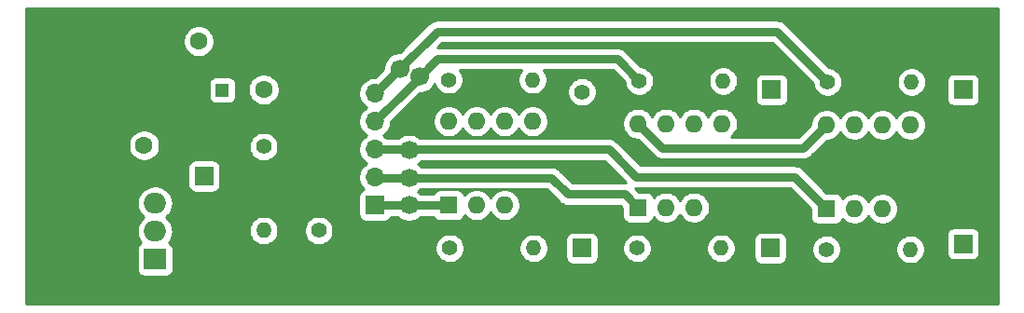
<source format=gbr>
%TF.GenerationSoftware,KiCad,Pcbnew,5.1.12-84ad8e8a86~92~ubuntu20.04.1*%
%TF.CreationDate,2021-12-07T15:47:00+01:00*%
%TF.ProjectId,Venato,56656e61-746f-42e6-9b69-6361645f7063,rev?*%
%TF.SameCoordinates,Original*%
%TF.FileFunction,Copper,L1,Top*%
%TF.FilePolarity,Positive*%
%FSLAX46Y46*%
G04 Gerber Fmt 4.6, Leading zero omitted, Abs format (unit mm)*
G04 Created by KiCad (PCBNEW 5.1.12-84ad8e8a86~92~ubuntu20.04.1) date 2021-12-07 15:47:00*
%MOMM*%
%LPD*%
G01*
G04 APERTURE LIST*
%TA.AperFunction,ComponentPad*%
%ADD10O,1.400000X1.400000*%
%TD*%
%TA.AperFunction,ComponentPad*%
%ADD11C,1.400000*%
%TD*%
%TA.AperFunction,ComponentPad*%
%ADD12C,1.200000*%
%TD*%
%TA.AperFunction,ComponentPad*%
%ADD13R,1.200000X1.200000*%
%TD*%
%TA.AperFunction,ComponentPad*%
%ADD14O,2.000000X1.905000*%
%TD*%
%TA.AperFunction,ComponentPad*%
%ADD15R,2.000000X1.905000*%
%TD*%
%TA.AperFunction,ComponentPad*%
%ADD16C,1.600000*%
%TD*%
%TA.AperFunction,ComponentPad*%
%ADD17O,1.700000X1.700000*%
%TD*%
%TA.AperFunction,ComponentPad*%
%ADD18R,1.700000X1.700000*%
%TD*%
%TA.AperFunction,ComponentPad*%
%ADD19O,1.600000X1.600000*%
%TD*%
%TA.AperFunction,ComponentPad*%
%ADD20R,1.600000X1.600000*%
%TD*%
%TA.AperFunction,ViaPad*%
%ADD21C,1.700000*%
%TD*%
%TA.AperFunction,Conductor*%
%ADD22C,0.800000*%
%TD*%
%TA.AperFunction,Conductor*%
%ADD23C,0.254000*%
%TD*%
%TA.AperFunction,Conductor*%
%ADD24C,0.100000*%
%TD*%
G04 APERTURE END LIST*
D10*
%TO.P,R5,2*%
%TO.N,GND*%
X72500000Y-59780000D03*
D11*
%TO.P,R5,1*%
%TO.N,Net-(R4-Pad2)*%
X72500000Y-67400000D03*
%TD*%
D12*
%TO.P,C2,2*%
%TO.N,GND*%
X61750000Y-54650000D03*
D13*
%TO.P,C2,1*%
%TO.N,+3.3VA*%
X63750000Y-54650000D03*
%TD*%
D10*
%TO.P,R4,2*%
%TO.N,Net-(R4-Pad2)*%
X67500000Y-67400000D03*
D11*
%TO.P,R4,1*%
%TO.N,+3.3VA*%
X67500000Y-59780000D03*
%TD*%
D14*
%TO.P,U1,3*%
%TO.N,+5V*%
X57650000Y-64920000D03*
%TO.P,U1,2*%
%TO.N,+3.3VA*%
X57650000Y-67460000D03*
D15*
%TO.P,U1,1*%
%TO.N,Net-(R4-Pad2)*%
X57650000Y-70000000D03*
%TD*%
D16*
%TO.P,C1,2*%
%TO.N,GND*%
X56650000Y-54650000D03*
%TO.P,C1,1*%
%TO.N,+5V*%
X56650000Y-59650000D03*
%TD*%
%TO.P,C4,2*%
%TO.N,GND*%
X72500000Y-54600000D03*
%TO.P,C4,1*%
%TO.N,+3.3VA*%
X67500000Y-54600000D03*
%TD*%
%TO.P,C3,2*%
%TO.N,GND*%
X56600000Y-50200000D03*
%TO.P,C3,1*%
%TO.N,+3.3VA*%
X61600000Y-50200000D03*
%TD*%
D17*
%TO.P,J7,5*%
%TO.N,SENSE3*%
X77600000Y-54940000D03*
%TO.P,J7,4*%
%TO.N,SENSE5*%
X77600000Y-57480000D03*
%TO.P,J7,3*%
%TO.N,SENSE4*%
X77600000Y-60020000D03*
%TO.P,J7,2*%
%TO.N,SENSE1*%
X77600000Y-62560000D03*
D18*
%TO.P,J7,1*%
%TO.N,SENSE2*%
X77600000Y-65100000D03*
%TD*%
D19*
%TO.P,U4,8*%
%TO.N,+3.3VA*%
X118600000Y-57780000D03*
%TO.P,U4,4*%
%TO.N,GND*%
X126220000Y-65400000D03*
%TO.P,U4,7*%
%TO.N,SENSE3*%
X121140000Y-57780000D03*
%TO.P,U4,3*%
%TO.N,VGND*%
X123680000Y-65400000D03*
%TO.P,U4,6*%
%TO.N,Net-(J5-Pad1)*%
X123680000Y-57780000D03*
%TO.P,U4,2*%
%TO.N,Net-(J3-Pad1)*%
X121140000Y-65400000D03*
%TO.P,U4,5*%
%TO.N,VGND*%
X126220000Y-57780000D03*
D20*
%TO.P,U4,1*%
%TO.N,SENSE4*%
X118600000Y-65400000D03*
%TD*%
D19*
%TO.P,U3,8*%
%TO.N,+3.3VA*%
X84300000Y-57480000D03*
%TO.P,U3,4*%
%TO.N,GND*%
X91920000Y-65100000D03*
%TO.P,U3,7*%
%TO.N,VGND*%
X86840000Y-57480000D03*
%TO.P,U3,3*%
X89380000Y-65100000D03*
%TO.P,U3,6*%
X89380000Y-57480000D03*
%TO.P,U3,2*%
%TO.N,Net-(J2-Pad1)*%
X86840000Y-65100000D03*
%TO.P,U3,5*%
%TO.N,Net-(R6-Pad2)*%
X91920000Y-57480000D03*
D20*
%TO.P,U3,1*%
%TO.N,SENSE2*%
X84300000Y-65100000D03*
%TD*%
D19*
%TO.P,U2,8*%
%TO.N,+3.3VA*%
X101500000Y-57680000D03*
%TO.P,U2,4*%
%TO.N,GND*%
X109120000Y-65300000D03*
%TO.P,U2,7*%
%TO.N,SENSE5*%
X104040000Y-57680000D03*
%TO.P,U2,3*%
%TO.N,VGND*%
X106580000Y-65300000D03*
%TO.P,U2,6*%
%TO.N,Net-(J4-Pad1)*%
X106580000Y-57680000D03*
%TO.P,U2,2*%
%TO.N,Net-(J1-Pad1)*%
X104040000Y-65300000D03*
%TO.P,U2,5*%
%TO.N,VGND*%
X109120000Y-57680000D03*
D20*
%TO.P,U2,1*%
%TO.N,SENSE1*%
X101500000Y-65300000D03*
%TD*%
D10*
%TO.P,R9,2*%
%TO.N,Net-(J5-Pad1)*%
X126320000Y-53900000D03*
D11*
%TO.P,R9,1*%
%TO.N,SENSE3*%
X118700000Y-53900000D03*
%TD*%
D10*
%TO.P,R8,2*%
%TO.N,Net-(J4-Pad1)*%
X109220000Y-53800000D03*
D11*
%TO.P,R8,1*%
%TO.N,SENSE5*%
X101600000Y-53800000D03*
%TD*%
D10*
%TO.P,R7,2*%
%TO.N,GND*%
X96400000Y-62420000D03*
D11*
%TO.P,R7,1*%
%TO.N,Net-(R6-Pad2)*%
X96400000Y-54800000D03*
%TD*%
D10*
%TO.P,R6,2*%
%TO.N,Net-(R6-Pad2)*%
X91920000Y-53700000D03*
D11*
%TO.P,R6,1*%
%TO.N,+3.3VA*%
X84300000Y-53700000D03*
%TD*%
D10*
%TO.P,R3,2*%
%TO.N,Net-(J3-Pad1)*%
X126220000Y-69100000D03*
D11*
%TO.P,R3,1*%
%TO.N,SENSE4*%
X118600000Y-69100000D03*
%TD*%
D10*
%TO.P,R2,2*%
%TO.N,Net-(J2-Pad1)*%
X92020000Y-69000000D03*
D11*
%TO.P,R2,1*%
%TO.N,SENSE2*%
X84400000Y-69000000D03*
%TD*%
D10*
%TO.P,R1,2*%
%TO.N,Net-(J1-Pad1)*%
X109020000Y-69000000D03*
D11*
%TO.P,R1,1*%
%TO.N,SENSE1*%
X101400000Y-69000000D03*
%TD*%
D17*
%TO.P,J6,2*%
%TO.N,GND*%
X62100000Y-59910000D03*
D18*
%TO.P,J6,1*%
%TO.N,+5V*%
X62100000Y-62450000D03*
%TD*%
D17*
%TO.P,J5,2*%
%TO.N,GND*%
X131000000Y-57140000D03*
D18*
%TO.P,J5,1*%
%TO.N,Net-(J5-Pad1)*%
X131000000Y-54600000D03*
%TD*%
D17*
%TO.P,J4,2*%
%TO.N,GND*%
X113600000Y-57140000D03*
D18*
%TO.P,J4,1*%
%TO.N,Net-(J4-Pad1)*%
X113600000Y-54600000D03*
%TD*%
D17*
%TO.P,J3,2*%
%TO.N,GND*%
X131000000Y-66060000D03*
D18*
%TO.P,J3,1*%
%TO.N,Net-(J3-Pad1)*%
X131000000Y-68600000D03*
%TD*%
D17*
%TO.P,J2,2*%
%TO.N,GND*%
X96400000Y-66460000D03*
D18*
%TO.P,J2,1*%
%TO.N,Net-(J2-Pad1)*%
X96400000Y-69000000D03*
%TD*%
D17*
%TO.P,J1,2*%
%TO.N,GND*%
X113500000Y-66460000D03*
D18*
%TO.P,J1,1*%
%TO.N,Net-(J1-Pad1)*%
X113500000Y-69000000D03*
%TD*%
D21*
%TO.N,SENSE3*%
X79850000Y-52700000D03*
%TO.N,SENSE5*%
X81700000Y-53400000D03*
%TO.N,SENSE4*%
X80700000Y-60100000D03*
%TO.N,SENSE1*%
X80700000Y-62600000D03*
%TO.N,SENSE2*%
X80700000Y-65100000D03*
%TD*%
D22*
%TO.N,+3.3VA*%
X101500000Y-57680000D02*
X103720000Y-59900000D01*
X116480000Y-59900000D02*
X118600000Y-57780000D01*
X103720000Y-59900000D02*
X116480000Y-59900000D01*
%TO.N,SENSE5*%
X99600000Y-51800000D02*
X101600000Y-53800000D01*
X83280000Y-51800000D02*
X99600000Y-51800000D01*
X77600000Y-57480000D02*
X80790000Y-54290000D01*
X80790000Y-54290000D02*
X83280000Y-51800000D01*
%TO.N,SENSE4*%
X98820000Y-60020000D02*
X101300000Y-62500000D01*
X77600000Y-60020000D02*
X80580000Y-60020000D01*
X115700000Y-62500000D02*
X118600000Y-65400000D01*
X101300000Y-62500000D02*
X115700000Y-62500000D01*
X80580000Y-60020000D02*
X98820000Y-60020000D01*
%TO.N,SENSE3*%
X114100000Y-49300000D02*
X118700000Y-53900000D01*
X83240000Y-49300000D02*
X114100000Y-49300000D01*
X77600000Y-54940000D02*
X79870000Y-52670000D01*
X79870000Y-52670000D02*
X83240000Y-49300000D01*
%TO.N,SENSE2*%
X77600000Y-65100000D02*
X80500000Y-65100000D01*
X80500000Y-65100000D02*
X84300000Y-65100000D01*
%TO.N,SENSE1*%
X93600000Y-62600000D02*
X95100000Y-64100000D01*
X77640000Y-62600000D02*
X80600000Y-62600000D01*
X77600000Y-62560000D02*
X77640000Y-62600000D01*
X100300000Y-64100000D02*
X101500000Y-65300000D01*
X95100000Y-64100000D02*
X100300000Y-64100000D01*
X80600000Y-62600000D02*
X93600000Y-62600000D01*
%TD*%
D23*
%TO.N,GND*%
X134190001Y-74090000D02*
X45910000Y-74090000D01*
X45910000Y-64920000D01*
X56007319Y-64920000D01*
X56037970Y-65231204D01*
X56128745Y-65530449D01*
X56276155Y-65806235D01*
X56474537Y-66047963D01*
X56647609Y-66190000D01*
X56474537Y-66332037D01*
X56276155Y-66573765D01*
X56128745Y-66849551D01*
X56037970Y-67148796D01*
X56007319Y-67460000D01*
X56037970Y-67771204D01*
X56128745Y-68070449D01*
X56276155Y-68346235D01*
X56379446Y-68472095D01*
X56295506Y-68516963D01*
X56198815Y-68596315D01*
X56119463Y-68693006D01*
X56060498Y-68803320D01*
X56024188Y-68923018D01*
X56011928Y-69047500D01*
X56011928Y-70952500D01*
X56024188Y-71076982D01*
X56060498Y-71196680D01*
X56119463Y-71306994D01*
X56198815Y-71403685D01*
X56295506Y-71483037D01*
X56405820Y-71542002D01*
X56525518Y-71578312D01*
X56650000Y-71590572D01*
X58650000Y-71590572D01*
X58774482Y-71578312D01*
X58894180Y-71542002D01*
X59004494Y-71483037D01*
X59101185Y-71403685D01*
X59180537Y-71306994D01*
X59239502Y-71196680D01*
X59275812Y-71076982D01*
X59288072Y-70952500D01*
X59288072Y-69047500D01*
X59275812Y-68923018D01*
X59259279Y-68868514D01*
X83065000Y-68868514D01*
X83065000Y-69131486D01*
X83116304Y-69389405D01*
X83216939Y-69632359D01*
X83363038Y-69851013D01*
X83548987Y-70036962D01*
X83767641Y-70183061D01*
X84010595Y-70283696D01*
X84268514Y-70335000D01*
X84531486Y-70335000D01*
X84789405Y-70283696D01*
X85032359Y-70183061D01*
X85251013Y-70036962D01*
X85436962Y-69851013D01*
X85583061Y-69632359D01*
X85683696Y-69389405D01*
X85735000Y-69131486D01*
X85735000Y-68868514D01*
X90685000Y-68868514D01*
X90685000Y-69131486D01*
X90736304Y-69389405D01*
X90836939Y-69632359D01*
X90983038Y-69851013D01*
X91168987Y-70036962D01*
X91387641Y-70183061D01*
X91630595Y-70283696D01*
X91888514Y-70335000D01*
X92151486Y-70335000D01*
X92409405Y-70283696D01*
X92652359Y-70183061D01*
X92871013Y-70036962D01*
X93056962Y-69851013D01*
X93203061Y-69632359D01*
X93303696Y-69389405D01*
X93355000Y-69131486D01*
X93355000Y-68868514D01*
X93303696Y-68610595D01*
X93203061Y-68367641D01*
X93057639Y-68150000D01*
X94911928Y-68150000D01*
X94911928Y-69850000D01*
X94924188Y-69974482D01*
X94960498Y-70094180D01*
X95019463Y-70204494D01*
X95098815Y-70301185D01*
X95195506Y-70380537D01*
X95305820Y-70439502D01*
X95425518Y-70475812D01*
X95550000Y-70488072D01*
X97250000Y-70488072D01*
X97374482Y-70475812D01*
X97494180Y-70439502D01*
X97604494Y-70380537D01*
X97701185Y-70301185D01*
X97780537Y-70204494D01*
X97839502Y-70094180D01*
X97875812Y-69974482D01*
X97888072Y-69850000D01*
X97888072Y-68868514D01*
X100065000Y-68868514D01*
X100065000Y-69131486D01*
X100116304Y-69389405D01*
X100216939Y-69632359D01*
X100363038Y-69851013D01*
X100548987Y-70036962D01*
X100767641Y-70183061D01*
X101010595Y-70283696D01*
X101268514Y-70335000D01*
X101531486Y-70335000D01*
X101789405Y-70283696D01*
X102032359Y-70183061D01*
X102251013Y-70036962D01*
X102436962Y-69851013D01*
X102583061Y-69632359D01*
X102683696Y-69389405D01*
X102735000Y-69131486D01*
X102735000Y-68868514D01*
X107685000Y-68868514D01*
X107685000Y-69131486D01*
X107736304Y-69389405D01*
X107836939Y-69632359D01*
X107983038Y-69851013D01*
X108168987Y-70036962D01*
X108387641Y-70183061D01*
X108630595Y-70283696D01*
X108888514Y-70335000D01*
X109151486Y-70335000D01*
X109409405Y-70283696D01*
X109652359Y-70183061D01*
X109871013Y-70036962D01*
X110056962Y-69851013D01*
X110203061Y-69632359D01*
X110303696Y-69389405D01*
X110355000Y-69131486D01*
X110355000Y-68868514D01*
X110303696Y-68610595D01*
X110203061Y-68367641D01*
X110057639Y-68150000D01*
X112011928Y-68150000D01*
X112011928Y-69850000D01*
X112024188Y-69974482D01*
X112060498Y-70094180D01*
X112119463Y-70204494D01*
X112198815Y-70301185D01*
X112295506Y-70380537D01*
X112405820Y-70439502D01*
X112525518Y-70475812D01*
X112650000Y-70488072D01*
X114350000Y-70488072D01*
X114474482Y-70475812D01*
X114594180Y-70439502D01*
X114704494Y-70380537D01*
X114801185Y-70301185D01*
X114880537Y-70204494D01*
X114939502Y-70094180D01*
X114975812Y-69974482D01*
X114988072Y-69850000D01*
X114988072Y-68968514D01*
X117265000Y-68968514D01*
X117265000Y-69231486D01*
X117316304Y-69489405D01*
X117416939Y-69732359D01*
X117563038Y-69951013D01*
X117748987Y-70136962D01*
X117967641Y-70283061D01*
X118210595Y-70383696D01*
X118468514Y-70435000D01*
X118731486Y-70435000D01*
X118989405Y-70383696D01*
X119232359Y-70283061D01*
X119451013Y-70136962D01*
X119636962Y-69951013D01*
X119783061Y-69732359D01*
X119883696Y-69489405D01*
X119935000Y-69231486D01*
X119935000Y-68968514D01*
X124885000Y-68968514D01*
X124885000Y-69231486D01*
X124936304Y-69489405D01*
X125036939Y-69732359D01*
X125183038Y-69951013D01*
X125368987Y-70136962D01*
X125587641Y-70283061D01*
X125830595Y-70383696D01*
X126088514Y-70435000D01*
X126351486Y-70435000D01*
X126609405Y-70383696D01*
X126852359Y-70283061D01*
X127071013Y-70136962D01*
X127256962Y-69951013D01*
X127403061Y-69732359D01*
X127503696Y-69489405D01*
X127555000Y-69231486D01*
X127555000Y-68968514D01*
X127503696Y-68710595D01*
X127403061Y-68467641D01*
X127256962Y-68248987D01*
X127071013Y-68063038D01*
X126852359Y-67916939D01*
X126609405Y-67816304D01*
X126351486Y-67765000D01*
X126088514Y-67765000D01*
X125830595Y-67816304D01*
X125587641Y-67916939D01*
X125368987Y-68063038D01*
X125183038Y-68248987D01*
X125036939Y-68467641D01*
X124936304Y-68710595D01*
X124885000Y-68968514D01*
X119935000Y-68968514D01*
X119883696Y-68710595D01*
X119783061Y-68467641D01*
X119636962Y-68248987D01*
X119451013Y-68063038D01*
X119232359Y-67916939D01*
X118989405Y-67816304D01*
X118731486Y-67765000D01*
X118468514Y-67765000D01*
X118210595Y-67816304D01*
X117967641Y-67916939D01*
X117748987Y-68063038D01*
X117563038Y-68248987D01*
X117416939Y-68467641D01*
X117316304Y-68710595D01*
X117265000Y-68968514D01*
X114988072Y-68968514D01*
X114988072Y-68150000D01*
X114975812Y-68025518D01*
X114939502Y-67905820D01*
X114880537Y-67795506D01*
X114843192Y-67750000D01*
X129511928Y-67750000D01*
X129511928Y-69450000D01*
X129524188Y-69574482D01*
X129560498Y-69694180D01*
X129619463Y-69804494D01*
X129698815Y-69901185D01*
X129795506Y-69980537D01*
X129905820Y-70039502D01*
X130025518Y-70075812D01*
X130150000Y-70088072D01*
X131850000Y-70088072D01*
X131974482Y-70075812D01*
X132094180Y-70039502D01*
X132204494Y-69980537D01*
X132301185Y-69901185D01*
X132380537Y-69804494D01*
X132439502Y-69694180D01*
X132475812Y-69574482D01*
X132488072Y-69450000D01*
X132488072Y-67750000D01*
X132475812Y-67625518D01*
X132439502Y-67505820D01*
X132380537Y-67395506D01*
X132301185Y-67298815D01*
X132204494Y-67219463D01*
X132094180Y-67160498D01*
X131974482Y-67124188D01*
X131850000Y-67111928D01*
X130150000Y-67111928D01*
X130025518Y-67124188D01*
X129905820Y-67160498D01*
X129795506Y-67219463D01*
X129698815Y-67298815D01*
X129619463Y-67395506D01*
X129560498Y-67505820D01*
X129524188Y-67625518D01*
X129511928Y-67750000D01*
X114843192Y-67750000D01*
X114801185Y-67698815D01*
X114704494Y-67619463D01*
X114594180Y-67560498D01*
X114474482Y-67524188D01*
X114350000Y-67511928D01*
X112650000Y-67511928D01*
X112525518Y-67524188D01*
X112405820Y-67560498D01*
X112295506Y-67619463D01*
X112198815Y-67698815D01*
X112119463Y-67795506D01*
X112060498Y-67905820D01*
X112024188Y-68025518D01*
X112011928Y-68150000D01*
X110057639Y-68150000D01*
X110056962Y-68148987D01*
X109871013Y-67963038D01*
X109652359Y-67816939D01*
X109409405Y-67716304D01*
X109151486Y-67665000D01*
X108888514Y-67665000D01*
X108630595Y-67716304D01*
X108387641Y-67816939D01*
X108168987Y-67963038D01*
X107983038Y-68148987D01*
X107836939Y-68367641D01*
X107736304Y-68610595D01*
X107685000Y-68868514D01*
X102735000Y-68868514D01*
X102683696Y-68610595D01*
X102583061Y-68367641D01*
X102436962Y-68148987D01*
X102251013Y-67963038D01*
X102032359Y-67816939D01*
X101789405Y-67716304D01*
X101531486Y-67665000D01*
X101268514Y-67665000D01*
X101010595Y-67716304D01*
X100767641Y-67816939D01*
X100548987Y-67963038D01*
X100363038Y-68148987D01*
X100216939Y-68367641D01*
X100116304Y-68610595D01*
X100065000Y-68868514D01*
X97888072Y-68868514D01*
X97888072Y-68150000D01*
X97875812Y-68025518D01*
X97839502Y-67905820D01*
X97780537Y-67795506D01*
X97701185Y-67698815D01*
X97604494Y-67619463D01*
X97494180Y-67560498D01*
X97374482Y-67524188D01*
X97250000Y-67511928D01*
X95550000Y-67511928D01*
X95425518Y-67524188D01*
X95305820Y-67560498D01*
X95195506Y-67619463D01*
X95098815Y-67698815D01*
X95019463Y-67795506D01*
X94960498Y-67905820D01*
X94924188Y-68025518D01*
X94911928Y-68150000D01*
X93057639Y-68150000D01*
X93056962Y-68148987D01*
X92871013Y-67963038D01*
X92652359Y-67816939D01*
X92409405Y-67716304D01*
X92151486Y-67665000D01*
X91888514Y-67665000D01*
X91630595Y-67716304D01*
X91387641Y-67816939D01*
X91168987Y-67963038D01*
X90983038Y-68148987D01*
X90836939Y-68367641D01*
X90736304Y-68610595D01*
X90685000Y-68868514D01*
X85735000Y-68868514D01*
X85683696Y-68610595D01*
X85583061Y-68367641D01*
X85436962Y-68148987D01*
X85251013Y-67963038D01*
X85032359Y-67816939D01*
X84789405Y-67716304D01*
X84531486Y-67665000D01*
X84268514Y-67665000D01*
X84010595Y-67716304D01*
X83767641Y-67816939D01*
X83548987Y-67963038D01*
X83363038Y-68148987D01*
X83216939Y-68367641D01*
X83116304Y-68610595D01*
X83065000Y-68868514D01*
X59259279Y-68868514D01*
X59239502Y-68803320D01*
X59180537Y-68693006D01*
X59101185Y-68596315D01*
X59004494Y-68516963D01*
X58920554Y-68472095D01*
X59023845Y-68346235D01*
X59171255Y-68070449D01*
X59262030Y-67771204D01*
X59292681Y-67460000D01*
X59273822Y-67268514D01*
X66165000Y-67268514D01*
X66165000Y-67531486D01*
X66216304Y-67789405D01*
X66316939Y-68032359D01*
X66463038Y-68251013D01*
X66648987Y-68436962D01*
X66867641Y-68583061D01*
X67110595Y-68683696D01*
X67368514Y-68735000D01*
X67631486Y-68735000D01*
X67889405Y-68683696D01*
X68132359Y-68583061D01*
X68351013Y-68436962D01*
X68536962Y-68251013D01*
X68683061Y-68032359D01*
X68783696Y-67789405D01*
X68835000Y-67531486D01*
X68835000Y-67268514D01*
X71165000Y-67268514D01*
X71165000Y-67531486D01*
X71216304Y-67789405D01*
X71316939Y-68032359D01*
X71463038Y-68251013D01*
X71648987Y-68436962D01*
X71867641Y-68583061D01*
X72110595Y-68683696D01*
X72368514Y-68735000D01*
X72631486Y-68735000D01*
X72889405Y-68683696D01*
X73132359Y-68583061D01*
X73351013Y-68436962D01*
X73536962Y-68251013D01*
X73683061Y-68032359D01*
X73783696Y-67789405D01*
X73835000Y-67531486D01*
X73835000Y-67268514D01*
X73783696Y-67010595D01*
X73683061Y-66767641D01*
X73536962Y-66548987D01*
X73351013Y-66363038D01*
X73132359Y-66216939D01*
X72889405Y-66116304D01*
X72631486Y-66065000D01*
X72368514Y-66065000D01*
X72110595Y-66116304D01*
X71867641Y-66216939D01*
X71648987Y-66363038D01*
X71463038Y-66548987D01*
X71316939Y-66767641D01*
X71216304Y-67010595D01*
X71165000Y-67268514D01*
X68835000Y-67268514D01*
X68783696Y-67010595D01*
X68683061Y-66767641D01*
X68536962Y-66548987D01*
X68351013Y-66363038D01*
X68132359Y-66216939D01*
X67889405Y-66116304D01*
X67631486Y-66065000D01*
X67368514Y-66065000D01*
X67110595Y-66116304D01*
X66867641Y-66216939D01*
X66648987Y-66363038D01*
X66463038Y-66548987D01*
X66316939Y-66767641D01*
X66216304Y-67010595D01*
X66165000Y-67268514D01*
X59273822Y-67268514D01*
X59262030Y-67148796D01*
X59171255Y-66849551D01*
X59023845Y-66573765D01*
X58825463Y-66332037D01*
X58652391Y-66190000D01*
X58825463Y-66047963D01*
X59023845Y-65806235D01*
X59171255Y-65530449D01*
X59262030Y-65231204D01*
X59292681Y-64920000D01*
X59262030Y-64608796D01*
X59171255Y-64309551D01*
X59139425Y-64250000D01*
X76111928Y-64250000D01*
X76111928Y-65950000D01*
X76124188Y-66074482D01*
X76160498Y-66194180D01*
X76219463Y-66304494D01*
X76298815Y-66401185D01*
X76395506Y-66480537D01*
X76505820Y-66539502D01*
X76625518Y-66575812D01*
X76750000Y-66588072D01*
X78450000Y-66588072D01*
X78574482Y-66575812D01*
X78694180Y-66539502D01*
X78804494Y-66480537D01*
X78901185Y-66401185D01*
X78980537Y-66304494D01*
X79039502Y-66194180D01*
X79057454Y-66135000D01*
X79634893Y-66135000D01*
X79753368Y-66253475D01*
X79996589Y-66415990D01*
X80266842Y-66527932D01*
X80553740Y-66585000D01*
X80846260Y-66585000D01*
X81133158Y-66527932D01*
X81403411Y-66415990D01*
X81646632Y-66253475D01*
X81765107Y-66135000D01*
X82907713Y-66135000D01*
X82910498Y-66144180D01*
X82969463Y-66254494D01*
X83048815Y-66351185D01*
X83145506Y-66430537D01*
X83255820Y-66489502D01*
X83375518Y-66525812D01*
X83500000Y-66538072D01*
X85100000Y-66538072D01*
X85224482Y-66525812D01*
X85344180Y-66489502D01*
X85454494Y-66430537D01*
X85551185Y-66351185D01*
X85630537Y-66254494D01*
X85689502Y-66144180D01*
X85725812Y-66024482D01*
X85726643Y-66016039D01*
X85925241Y-66214637D01*
X86160273Y-66371680D01*
X86421426Y-66479853D01*
X86698665Y-66535000D01*
X86981335Y-66535000D01*
X87258574Y-66479853D01*
X87519727Y-66371680D01*
X87754759Y-66214637D01*
X87954637Y-66014759D01*
X88110000Y-65782241D01*
X88265363Y-66014759D01*
X88465241Y-66214637D01*
X88700273Y-66371680D01*
X88961426Y-66479853D01*
X89238665Y-66535000D01*
X89521335Y-66535000D01*
X89798574Y-66479853D01*
X90059727Y-66371680D01*
X90294759Y-66214637D01*
X90494637Y-66014759D01*
X90651680Y-65779727D01*
X90759853Y-65518574D01*
X90815000Y-65241335D01*
X90815000Y-64958665D01*
X90759853Y-64681426D01*
X90651680Y-64420273D01*
X90494637Y-64185241D01*
X90294759Y-63985363D01*
X90059727Y-63828320D01*
X89798574Y-63720147D01*
X89521335Y-63665000D01*
X89238665Y-63665000D01*
X88961426Y-63720147D01*
X88700273Y-63828320D01*
X88465241Y-63985363D01*
X88265363Y-64185241D01*
X88110000Y-64417759D01*
X87954637Y-64185241D01*
X87754759Y-63985363D01*
X87519727Y-63828320D01*
X87258574Y-63720147D01*
X86981335Y-63665000D01*
X86698665Y-63665000D01*
X86421426Y-63720147D01*
X86160273Y-63828320D01*
X85925241Y-63985363D01*
X85726643Y-64183961D01*
X85725812Y-64175518D01*
X85689502Y-64055820D01*
X85630537Y-63945506D01*
X85551185Y-63848815D01*
X85454494Y-63769463D01*
X85344180Y-63710498D01*
X85224482Y-63674188D01*
X85100000Y-63661928D01*
X83500000Y-63661928D01*
X83375518Y-63674188D01*
X83255820Y-63710498D01*
X83145506Y-63769463D01*
X83048815Y-63848815D01*
X82969463Y-63945506D01*
X82910498Y-64055820D01*
X82907713Y-64065000D01*
X81765107Y-64065000D01*
X81646632Y-63946525D01*
X81502172Y-63850000D01*
X81646632Y-63753475D01*
X81765107Y-63635000D01*
X93171290Y-63635000D01*
X94332196Y-64795907D01*
X94364604Y-64835396D01*
X94404092Y-64867803D01*
X94522202Y-64964734D01*
X94591934Y-65002006D01*
X94702007Y-65060841D01*
X94897105Y-65120024D01*
X95049162Y-65135000D01*
X95049171Y-65135000D01*
X95099999Y-65140006D01*
X95150827Y-65135000D01*
X99871290Y-65135000D01*
X100061928Y-65325638D01*
X100061928Y-66100000D01*
X100074188Y-66224482D01*
X100110498Y-66344180D01*
X100169463Y-66454494D01*
X100248815Y-66551185D01*
X100345506Y-66630537D01*
X100455820Y-66689502D01*
X100575518Y-66725812D01*
X100700000Y-66738072D01*
X102300000Y-66738072D01*
X102424482Y-66725812D01*
X102544180Y-66689502D01*
X102654494Y-66630537D01*
X102751185Y-66551185D01*
X102830537Y-66454494D01*
X102889502Y-66344180D01*
X102925812Y-66224482D01*
X102926643Y-66216039D01*
X103125241Y-66414637D01*
X103360273Y-66571680D01*
X103621426Y-66679853D01*
X103898665Y-66735000D01*
X104181335Y-66735000D01*
X104458574Y-66679853D01*
X104719727Y-66571680D01*
X104954759Y-66414637D01*
X105154637Y-66214759D01*
X105310000Y-65982241D01*
X105465363Y-66214759D01*
X105665241Y-66414637D01*
X105900273Y-66571680D01*
X106161426Y-66679853D01*
X106438665Y-66735000D01*
X106721335Y-66735000D01*
X106998574Y-66679853D01*
X107259727Y-66571680D01*
X107494759Y-66414637D01*
X107694637Y-66214759D01*
X107851680Y-65979727D01*
X107959853Y-65718574D01*
X108015000Y-65441335D01*
X108015000Y-65158665D01*
X107959853Y-64881426D01*
X107851680Y-64620273D01*
X107694637Y-64385241D01*
X107494759Y-64185363D01*
X107259727Y-64028320D01*
X106998574Y-63920147D01*
X106721335Y-63865000D01*
X106438665Y-63865000D01*
X106161426Y-63920147D01*
X105900273Y-64028320D01*
X105665241Y-64185363D01*
X105465363Y-64385241D01*
X105310000Y-64617759D01*
X105154637Y-64385241D01*
X104954759Y-64185363D01*
X104719727Y-64028320D01*
X104458574Y-63920147D01*
X104181335Y-63865000D01*
X103898665Y-63865000D01*
X103621426Y-63920147D01*
X103360273Y-64028320D01*
X103125241Y-64185363D01*
X102926643Y-64383961D01*
X102925812Y-64375518D01*
X102889502Y-64255820D01*
X102830537Y-64145506D01*
X102751185Y-64048815D01*
X102654494Y-63969463D01*
X102544180Y-63910498D01*
X102424482Y-63874188D01*
X102300000Y-63861928D01*
X101525638Y-63861928D01*
X101193198Y-63529488D01*
X101249162Y-63535000D01*
X101249165Y-63535000D01*
X101300000Y-63540007D01*
X101350835Y-63535000D01*
X115271290Y-63535000D01*
X117161928Y-65425639D01*
X117161928Y-66200000D01*
X117174188Y-66324482D01*
X117210498Y-66444180D01*
X117269463Y-66554494D01*
X117348815Y-66651185D01*
X117445506Y-66730537D01*
X117555820Y-66789502D01*
X117675518Y-66825812D01*
X117800000Y-66838072D01*
X119400000Y-66838072D01*
X119524482Y-66825812D01*
X119644180Y-66789502D01*
X119754494Y-66730537D01*
X119851185Y-66651185D01*
X119930537Y-66554494D01*
X119989502Y-66444180D01*
X120025812Y-66324482D01*
X120026643Y-66316039D01*
X120225241Y-66514637D01*
X120460273Y-66671680D01*
X120721426Y-66779853D01*
X120998665Y-66835000D01*
X121281335Y-66835000D01*
X121558574Y-66779853D01*
X121819727Y-66671680D01*
X122054759Y-66514637D01*
X122254637Y-66314759D01*
X122410000Y-66082241D01*
X122565363Y-66314759D01*
X122765241Y-66514637D01*
X123000273Y-66671680D01*
X123261426Y-66779853D01*
X123538665Y-66835000D01*
X123821335Y-66835000D01*
X124098574Y-66779853D01*
X124359727Y-66671680D01*
X124594759Y-66514637D01*
X124794637Y-66314759D01*
X124951680Y-66079727D01*
X125059853Y-65818574D01*
X125115000Y-65541335D01*
X125115000Y-65258665D01*
X125059853Y-64981426D01*
X124951680Y-64720273D01*
X124794637Y-64485241D01*
X124594759Y-64285363D01*
X124359727Y-64128320D01*
X124098574Y-64020147D01*
X123821335Y-63965000D01*
X123538665Y-63965000D01*
X123261426Y-64020147D01*
X123000273Y-64128320D01*
X122765241Y-64285363D01*
X122565363Y-64485241D01*
X122410000Y-64717759D01*
X122254637Y-64485241D01*
X122054759Y-64285363D01*
X121819727Y-64128320D01*
X121558574Y-64020147D01*
X121281335Y-63965000D01*
X120998665Y-63965000D01*
X120721426Y-64020147D01*
X120460273Y-64128320D01*
X120225241Y-64285363D01*
X120026643Y-64483961D01*
X120025812Y-64475518D01*
X119989502Y-64355820D01*
X119930537Y-64245506D01*
X119851185Y-64148815D01*
X119754494Y-64069463D01*
X119644180Y-64010498D01*
X119524482Y-63974188D01*
X119400000Y-63961928D01*
X118625639Y-63961928D01*
X116467807Y-61804097D01*
X116435396Y-61764604D01*
X116277797Y-61635266D01*
X116097993Y-61539159D01*
X115902895Y-61479976D01*
X115750838Y-61465000D01*
X115750828Y-61465000D01*
X115700000Y-61459994D01*
X115649172Y-61465000D01*
X101728711Y-61465000D01*
X99587807Y-59324097D01*
X99555396Y-59284604D01*
X99397797Y-59155266D01*
X99217993Y-59059159D01*
X99022895Y-58999976D01*
X98870838Y-58985000D01*
X98870828Y-58985000D01*
X98820000Y-58979994D01*
X98769172Y-58985000D01*
X81685107Y-58985000D01*
X81646632Y-58946525D01*
X81403411Y-58784010D01*
X81133158Y-58672068D01*
X80846260Y-58615000D01*
X80553740Y-58615000D01*
X80266842Y-58672068D01*
X79996589Y-58784010D01*
X79753368Y-58946525D01*
X79714893Y-58985000D01*
X78665107Y-58985000D01*
X78546632Y-58866525D01*
X78372240Y-58750000D01*
X78546632Y-58633475D01*
X78753475Y-58426632D01*
X78915990Y-58183411D01*
X79027932Y-57913158D01*
X79085000Y-57626260D01*
X79085000Y-57458710D01*
X79205045Y-57338665D01*
X82865000Y-57338665D01*
X82865000Y-57621335D01*
X82920147Y-57898574D01*
X83028320Y-58159727D01*
X83185363Y-58394759D01*
X83385241Y-58594637D01*
X83620273Y-58751680D01*
X83881426Y-58859853D01*
X84158665Y-58915000D01*
X84441335Y-58915000D01*
X84718574Y-58859853D01*
X84979727Y-58751680D01*
X85214759Y-58594637D01*
X85414637Y-58394759D01*
X85570000Y-58162241D01*
X85725363Y-58394759D01*
X85925241Y-58594637D01*
X86160273Y-58751680D01*
X86421426Y-58859853D01*
X86698665Y-58915000D01*
X86981335Y-58915000D01*
X87258574Y-58859853D01*
X87519727Y-58751680D01*
X87754759Y-58594637D01*
X87954637Y-58394759D01*
X88110000Y-58162241D01*
X88265363Y-58394759D01*
X88465241Y-58594637D01*
X88700273Y-58751680D01*
X88961426Y-58859853D01*
X89238665Y-58915000D01*
X89521335Y-58915000D01*
X89798574Y-58859853D01*
X90059727Y-58751680D01*
X90294759Y-58594637D01*
X90494637Y-58394759D01*
X90650000Y-58162241D01*
X90805363Y-58394759D01*
X91005241Y-58594637D01*
X91240273Y-58751680D01*
X91501426Y-58859853D01*
X91778665Y-58915000D01*
X92061335Y-58915000D01*
X92338574Y-58859853D01*
X92599727Y-58751680D01*
X92834759Y-58594637D01*
X93034637Y-58394759D01*
X93191680Y-58159727D01*
X93299853Y-57898574D01*
X93355000Y-57621335D01*
X93355000Y-57538665D01*
X100065000Y-57538665D01*
X100065000Y-57821335D01*
X100120147Y-58098574D01*
X100228320Y-58359727D01*
X100385363Y-58594759D01*
X100585241Y-58794637D01*
X100820273Y-58951680D01*
X101081426Y-59059853D01*
X101358665Y-59115000D01*
X101471290Y-59115000D01*
X102952197Y-60595908D01*
X102984604Y-60635396D01*
X103024092Y-60667803D01*
X103142202Y-60764734D01*
X103214563Y-60803411D01*
X103322007Y-60860841D01*
X103517105Y-60920024D01*
X103669162Y-60935000D01*
X103669171Y-60935000D01*
X103719999Y-60940006D01*
X103770827Y-60935000D01*
X116429172Y-60935000D01*
X116480000Y-60940006D01*
X116530828Y-60935000D01*
X116530838Y-60935000D01*
X116682895Y-60920024D01*
X116877993Y-60860841D01*
X117057797Y-60764734D01*
X117215396Y-60635396D01*
X117247807Y-60595903D01*
X118628711Y-59215000D01*
X118741335Y-59215000D01*
X119018574Y-59159853D01*
X119279727Y-59051680D01*
X119514759Y-58894637D01*
X119714637Y-58694759D01*
X119870000Y-58462241D01*
X120025363Y-58694759D01*
X120225241Y-58894637D01*
X120460273Y-59051680D01*
X120721426Y-59159853D01*
X120998665Y-59215000D01*
X121281335Y-59215000D01*
X121558574Y-59159853D01*
X121819727Y-59051680D01*
X122054759Y-58894637D01*
X122254637Y-58694759D01*
X122410000Y-58462241D01*
X122565363Y-58694759D01*
X122765241Y-58894637D01*
X123000273Y-59051680D01*
X123261426Y-59159853D01*
X123538665Y-59215000D01*
X123821335Y-59215000D01*
X124098574Y-59159853D01*
X124359727Y-59051680D01*
X124594759Y-58894637D01*
X124794637Y-58694759D01*
X124950000Y-58462241D01*
X125105363Y-58694759D01*
X125305241Y-58894637D01*
X125540273Y-59051680D01*
X125801426Y-59159853D01*
X126078665Y-59215000D01*
X126361335Y-59215000D01*
X126638574Y-59159853D01*
X126899727Y-59051680D01*
X127134759Y-58894637D01*
X127334637Y-58694759D01*
X127491680Y-58459727D01*
X127599853Y-58198574D01*
X127655000Y-57921335D01*
X127655000Y-57638665D01*
X127599853Y-57361426D01*
X127491680Y-57100273D01*
X127334637Y-56865241D01*
X127134759Y-56665363D01*
X126899727Y-56508320D01*
X126638574Y-56400147D01*
X126361335Y-56345000D01*
X126078665Y-56345000D01*
X125801426Y-56400147D01*
X125540273Y-56508320D01*
X125305241Y-56665363D01*
X125105363Y-56865241D01*
X124950000Y-57097759D01*
X124794637Y-56865241D01*
X124594759Y-56665363D01*
X124359727Y-56508320D01*
X124098574Y-56400147D01*
X123821335Y-56345000D01*
X123538665Y-56345000D01*
X123261426Y-56400147D01*
X123000273Y-56508320D01*
X122765241Y-56665363D01*
X122565363Y-56865241D01*
X122410000Y-57097759D01*
X122254637Y-56865241D01*
X122054759Y-56665363D01*
X121819727Y-56508320D01*
X121558574Y-56400147D01*
X121281335Y-56345000D01*
X120998665Y-56345000D01*
X120721426Y-56400147D01*
X120460273Y-56508320D01*
X120225241Y-56665363D01*
X120025363Y-56865241D01*
X119870000Y-57097759D01*
X119714637Y-56865241D01*
X119514759Y-56665363D01*
X119279727Y-56508320D01*
X119018574Y-56400147D01*
X118741335Y-56345000D01*
X118458665Y-56345000D01*
X118181426Y-56400147D01*
X117920273Y-56508320D01*
X117685241Y-56665363D01*
X117485363Y-56865241D01*
X117328320Y-57100273D01*
X117220147Y-57361426D01*
X117165000Y-57638665D01*
X117165000Y-57751289D01*
X116051290Y-58865000D01*
X109929453Y-58865000D01*
X110034759Y-58794637D01*
X110234637Y-58594759D01*
X110391680Y-58359727D01*
X110499853Y-58098574D01*
X110555000Y-57821335D01*
X110555000Y-57538665D01*
X110499853Y-57261426D01*
X110391680Y-57000273D01*
X110234637Y-56765241D01*
X110034759Y-56565363D01*
X109799727Y-56408320D01*
X109538574Y-56300147D01*
X109261335Y-56245000D01*
X108978665Y-56245000D01*
X108701426Y-56300147D01*
X108440273Y-56408320D01*
X108205241Y-56565363D01*
X108005363Y-56765241D01*
X107850000Y-56997759D01*
X107694637Y-56765241D01*
X107494759Y-56565363D01*
X107259727Y-56408320D01*
X106998574Y-56300147D01*
X106721335Y-56245000D01*
X106438665Y-56245000D01*
X106161426Y-56300147D01*
X105900273Y-56408320D01*
X105665241Y-56565363D01*
X105465363Y-56765241D01*
X105310000Y-56997759D01*
X105154637Y-56765241D01*
X104954759Y-56565363D01*
X104719727Y-56408320D01*
X104458574Y-56300147D01*
X104181335Y-56245000D01*
X103898665Y-56245000D01*
X103621426Y-56300147D01*
X103360273Y-56408320D01*
X103125241Y-56565363D01*
X102925363Y-56765241D01*
X102770000Y-56997759D01*
X102614637Y-56765241D01*
X102414759Y-56565363D01*
X102179727Y-56408320D01*
X101918574Y-56300147D01*
X101641335Y-56245000D01*
X101358665Y-56245000D01*
X101081426Y-56300147D01*
X100820273Y-56408320D01*
X100585241Y-56565363D01*
X100385363Y-56765241D01*
X100228320Y-57000273D01*
X100120147Y-57261426D01*
X100065000Y-57538665D01*
X93355000Y-57538665D01*
X93355000Y-57338665D01*
X93299853Y-57061426D01*
X93191680Y-56800273D01*
X93034637Y-56565241D01*
X92834759Y-56365363D01*
X92599727Y-56208320D01*
X92338574Y-56100147D01*
X92061335Y-56045000D01*
X91778665Y-56045000D01*
X91501426Y-56100147D01*
X91240273Y-56208320D01*
X91005241Y-56365363D01*
X90805363Y-56565241D01*
X90650000Y-56797759D01*
X90494637Y-56565241D01*
X90294759Y-56365363D01*
X90059727Y-56208320D01*
X89798574Y-56100147D01*
X89521335Y-56045000D01*
X89238665Y-56045000D01*
X88961426Y-56100147D01*
X88700273Y-56208320D01*
X88465241Y-56365363D01*
X88265363Y-56565241D01*
X88110000Y-56797759D01*
X87954637Y-56565241D01*
X87754759Y-56365363D01*
X87519727Y-56208320D01*
X87258574Y-56100147D01*
X86981335Y-56045000D01*
X86698665Y-56045000D01*
X86421426Y-56100147D01*
X86160273Y-56208320D01*
X85925241Y-56365363D01*
X85725363Y-56565241D01*
X85570000Y-56797759D01*
X85414637Y-56565241D01*
X85214759Y-56365363D01*
X84979727Y-56208320D01*
X84718574Y-56100147D01*
X84441335Y-56045000D01*
X84158665Y-56045000D01*
X83881426Y-56100147D01*
X83620273Y-56208320D01*
X83385241Y-56365363D01*
X83185363Y-56565241D01*
X83028320Y-56800273D01*
X82920147Y-57061426D01*
X82865000Y-57338665D01*
X79205045Y-57338665D01*
X81557803Y-54985908D01*
X81557807Y-54985903D01*
X81658710Y-54885000D01*
X81846260Y-54885000D01*
X82133158Y-54827932D01*
X82403411Y-54715990D01*
X82646632Y-54553475D01*
X82853475Y-54346632D01*
X83015990Y-54103411D01*
X83019048Y-54096029D01*
X83116939Y-54332359D01*
X83263038Y-54551013D01*
X83448987Y-54736962D01*
X83667641Y-54883061D01*
X83910595Y-54983696D01*
X84168514Y-55035000D01*
X84431486Y-55035000D01*
X84689405Y-54983696D01*
X84932359Y-54883061D01*
X85151013Y-54736962D01*
X85336962Y-54551013D01*
X85483061Y-54332359D01*
X85583696Y-54089405D01*
X85635000Y-53831486D01*
X85635000Y-53568514D01*
X85583696Y-53310595D01*
X85483061Y-53067641D01*
X85336962Y-52848987D01*
X85322975Y-52835000D01*
X90897025Y-52835000D01*
X90883038Y-52848987D01*
X90736939Y-53067641D01*
X90636304Y-53310595D01*
X90585000Y-53568514D01*
X90585000Y-53831486D01*
X90636304Y-54089405D01*
X90736939Y-54332359D01*
X90883038Y-54551013D01*
X91068987Y-54736962D01*
X91287641Y-54883061D01*
X91530595Y-54983696D01*
X91788514Y-55035000D01*
X92051486Y-55035000D01*
X92309405Y-54983696D01*
X92552359Y-54883061D01*
X92771013Y-54736962D01*
X92839461Y-54668514D01*
X95065000Y-54668514D01*
X95065000Y-54931486D01*
X95116304Y-55189405D01*
X95216939Y-55432359D01*
X95363038Y-55651013D01*
X95548987Y-55836962D01*
X95767641Y-55983061D01*
X96010595Y-56083696D01*
X96268514Y-56135000D01*
X96531486Y-56135000D01*
X96789405Y-56083696D01*
X97032359Y-55983061D01*
X97251013Y-55836962D01*
X97436962Y-55651013D01*
X97583061Y-55432359D01*
X97683696Y-55189405D01*
X97735000Y-54931486D01*
X97735000Y-54668514D01*
X97683696Y-54410595D01*
X97583061Y-54167641D01*
X97436962Y-53948987D01*
X97251013Y-53763038D01*
X97032359Y-53616939D01*
X96789405Y-53516304D01*
X96531486Y-53465000D01*
X96268514Y-53465000D01*
X96010595Y-53516304D01*
X95767641Y-53616939D01*
X95548987Y-53763038D01*
X95363038Y-53948987D01*
X95216939Y-54167641D01*
X95116304Y-54410595D01*
X95065000Y-54668514D01*
X92839461Y-54668514D01*
X92956962Y-54551013D01*
X93103061Y-54332359D01*
X93203696Y-54089405D01*
X93255000Y-53831486D01*
X93255000Y-53568514D01*
X93203696Y-53310595D01*
X93103061Y-53067641D01*
X92956962Y-52848987D01*
X92942975Y-52835000D01*
X99171290Y-52835000D01*
X100265000Y-53928711D01*
X100265000Y-53931486D01*
X100316304Y-54189405D01*
X100416939Y-54432359D01*
X100563038Y-54651013D01*
X100748987Y-54836962D01*
X100967641Y-54983061D01*
X101210595Y-55083696D01*
X101468514Y-55135000D01*
X101731486Y-55135000D01*
X101989405Y-55083696D01*
X102232359Y-54983061D01*
X102451013Y-54836962D01*
X102636962Y-54651013D01*
X102783061Y-54432359D01*
X102883696Y-54189405D01*
X102935000Y-53931486D01*
X102935000Y-53668514D01*
X107885000Y-53668514D01*
X107885000Y-53931486D01*
X107936304Y-54189405D01*
X108036939Y-54432359D01*
X108183038Y-54651013D01*
X108368987Y-54836962D01*
X108587641Y-54983061D01*
X108830595Y-55083696D01*
X109088514Y-55135000D01*
X109351486Y-55135000D01*
X109609405Y-55083696D01*
X109852359Y-54983061D01*
X110071013Y-54836962D01*
X110256962Y-54651013D01*
X110403061Y-54432359D01*
X110503696Y-54189405D01*
X110555000Y-53931486D01*
X110555000Y-53750000D01*
X112111928Y-53750000D01*
X112111928Y-55450000D01*
X112124188Y-55574482D01*
X112160498Y-55694180D01*
X112219463Y-55804494D01*
X112298815Y-55901185D01*
X112395506Y-55980537D01*
X112505820Y-56039502D01*
X112625518Y-56075812D01*
X112750000Y-56088072D01*
X114450000Y-56088072D01*
X114574482Y-56075812D01*
X114694180Y-56039502D01*
X114804494Y-55980537D01*
X114901185Y-55901185D01*
X114980537Y-55804494D01*
X115039502Y-55694180D01*
X115075812Y-55574482D01*
X115088072Y-55450000D01*
X115088072Y-53750000D01*
X115075812Y-53625518D01*
X115039502Y-53505820D01*
X114980537Y-53395506D01*
X114901185Y-53298815D01*
X114804494Y-53219463D01*
X114694180Y-53160498D01*
X114574482Y-53124188D01*
X114450000Y-53111928D01*
X112750000Y-53111928D01*
X112625518Y-53124188D01*
X112505820Y-53160498D01*
X112395506Y-53219463D01*
X112298815Y-53298815D01*
X112219463Y-53395506D01*
X112160498Y-53505820D01*
X112124188Y-53625518D01*
X112111928Y-53750000D01*
X110555000Y-53750000D01*
X110555000Y-53668514D01*
X110503696Y-53410595D01*
X110403061Y-53167641D01*
X110256962Y-52948987D01*
X110071013Y-52763038D01*
X109852359Y-52616939D01*
X109609405Y-52516304D01*
X109351486Y-52465000D01*
X109088514Y-52465000D01*
X108830595Y-52516304D01*
X108587641Y-52616939D01*
X108368987Y-52763038D01*
X108183038Y-52948987D01*
X108036939Y-53167641D01*
X107936304Y-53410595D01*
X107885000Y-53668514D01*
X102935000Y-53668514D01*
X102883696Y-53410595D01*
X102783061Y-53167641D01*
X102636962Y-52948987D01*
X102451013Y-52763038D01*
X102232359Y-52616939D01*
X101989405Y-52516304D01*
X101731486Y-52465000D01*
X101728711Y-52465000D01*
X100367807Y-51104097D01*
X100335396Y-51064604D01*
X100177797Y-50935266D01*
X99997993Y-50839159D01*
X99802895Y-50779976D01*
X99650838Y-50765000D01*
X99650828Y-50765000D01*
X99600000Y-50759994D01*
X99549172Y-50765000D01*
X83330835Y-50765000D01*
X83280000Y-50759993D01*
X83239754Y-50763957D01*
X83668711Y-50335000D01*
X113671290Y-50335000D01*
X117365000Y-54028711D01*
X117365000Y-54031486D01*
X117416304Y-54289405D01*
X117516939Y-54532359D01*
X117663038Y-54751013D01*
X117848987Y-54936962D01*
X118067641Y-55083061D01*
X118310595Y-55183696D01*
X118568514Y-55235000D01*
X118831486Y-55235000D01*
X119089405Y-55183696D01*
X119332359Y-55083061D01*
X119551013Y-54936962D01*
X119736962Y-54751013D01*
X119883061Y-54532359D01*
X119983696Y-54289405D01*
X120035000Y-54031486D01*
X120035000Y-53768514D01*
X124985000Y-53768514D01*
X124985000Y-54031486D01*
X125036304Y-54289405D01*
X125136939Y-54532359D01*
X125283038Y-54751013D01*
X125468987Y-54936962D01*
X125687641Y-55083061D01*
X125930595Y-55183696D01*
X126188514Y-55235000D01*
X126451486Y-55235000D01*
X126709405Y-55183696D01*
X126952359Y-55083061D01*
X127171013Y-54936962D01*
X127356962Y-54751013D01*
X127503061Y-54532359D01*
X127603696Y-54289405D01*
X127655000Y-54031486D01*
X127655000Y-53768514D01*
X127651318Y-53750000D01*
X129511928Y-53750000D01*
X129511928Y-55450000D01*
X129524188Y-55574482D01*
X129560498Y-55694180D01*
X129619463Y-55804494D01*
X129698815Y-55901185D01*
X129795506Y-55980537D01*
X129905820Y-56039502D01*
X130025518Y-56075812D01*
X130150000Y-56088072D01*
X131850000Y-56088072D01*
X131974482Y-56075812D01*
X132094180Y-56039502D01*
X132204494Y-55980537D01*
X132301185Y-55901185D01*
X132380537Y-55804494D01*
X132439502Y-55694180D01*
X132475812Y-55574482D01*
X132488072Y-55450000D01*
X132488072Y-53750000D01*
X132475812Y-53625518D01*
X132439502Y-53505820D01*
X132380537Y-53395506D01*
X132301185Y-53298815D01*
X132204494Y-53219463D01*
X132094180Y-53160498D01*
X131974482Y-53124188D01*
X131850000Y-53111928D01*
X130150000Y-53111928D01*
X130025518Y-53124188D01*
X129905820Y-53160498D01*
X129795506Y-53219463D01*
X129698815Y-53298815D01*
X129619463Y-53395506D01*
X129560498Y-53505820D01*
X129524188Y-53625518D01*
X129511928Y-53750000D01*
X127651318Y-53750000D01*
X127603696Y-53510595D01*
X127503061Y-53267641D01*
X127356962Y-53048987D01*
X127171013Y-52863038D01*
X126952359Y-52716939D01*
X126709405Y-52616304D01*
X126451486Y-52565000D01*
X126188514Y-52565000D01*
X125930595Y-52616304D01*
X125687641Y-52716939D01*
X125468987Y-52863038D01*
X125283038Y-53048987D01*
X125136939Y-53267641D01*
X125036304Y-53510595D01*
X124985000Y-53768514D01*
X120035000Y-53768514D01*
X119983696Y-53510595D01*
X119883061Y-53267641D01*
X119736962Y-53048987D01*
X119551013Y-52863038D01*
X119332359Y-52716939D01*
X119089405Y-52616304D01*
X118831486Y-52565000D01*
X118828711Y-52565000D01*
X114867807Y-48604097D01*
X114835396Y-48564604D01*
X114677797Y-48435266D01*
X114497993Y-48339159D01*
X114302895Y-48279976D01*
X114150838Y-48265000D01*
X114150828Y-48265000D01*
X114100000Y-48259994D01*
X114049172Y-48265000D01*
X83290835Y-48265000D01*
X83240000Y-48259993D01*
X83189165Y-48265000D01*
X83189162Y-48265000D01*
X83037105Y-48279976D01*
X82842007Y-48339159D01*
X82758309Y-48383896D01*
X82662202Y-48435266D01*
X82544092Y-48532197D01*
X82504604Y-48564604D01*
X82472197Y-48604092D01*
X79861290Y-51215000D01*
X79703740Y-51215000D01*
X79416842Y-51272068D01*
X79146589Y-51384010D01*
X78903368Y-51546525D01*
X78696525Y-51753368D01*
X78534010Y-51996589D01*
X78422068Y-52266842D01*
X78365000Y-52553740D01*
X78365000Y-52711289D01*
X77621290Y-53455000D01*
X77453740Y-53455000D01*
X77166842Y-53512068D01*
X76896589Y-53624010D01*
X76653368Y-53786525D01*
X76446525Y-53993368D01*
X76284010Y-54236589D01*
X76172068Y-54506842D01*
X76115000Y-54793740D01*
X76115000Y-55086260D01*
X76172068Y-55373158D01*
X76284010Y-55643411D01*
X76446525Y-55886632D01*
X76653368Y-56093475D01*
X76827760Y-56210000D01*
X76653368Y-56326525D01*
X76446525Y-56533368D01*
X76284010Y-56776589D01*
X76172068Y-57046842D01*
X76115000Y-57333740D01*
X76115000Y-57626260D01*
X76172068Y-57913158D01*
X76284010Y-58183411D01*
X76446525Y-58426632D01*
X76653368Y-58633475D01*
X76827760Y-58750000D01*
X76653368Y-58866525D01*
X76446525Y-59073368D01*
X76284010Y-59316589D01*
X76172068Y-59586842D01*
X76115000Y-59873740D01*
X76115000Y-60166260D01*
X76172068Y-60453158D01*
X76284010Y-60723411D01*
X76446525Y-60966632D01*
X76653368Y-61173475D01*
X76827760Y-61290000D01*
X76653368Y-61406525D01*
X76446525Y-61613368D01*
X76284010Y-61856589D01*
X76172068Y-62126842D01*
X76115000Y-62413740D01*
X76115000Y-62706260D01*
X76172068Y-62993158D01*
X76284010Y-63263411D01*
X76446525Y-63506632D01*
X76578380Y-63638487D01*
X76505820Y-63660498D01*
X76395506Y-63719463D01*
X76298815Y-63798815D01*
X76219463Y-63895506D01*
X76160498Y-64005820D01*
X76124188Y-64125518D01*
X76111928Y-64250000D01*
X59139425Y-64250000D01*
X59023845Y-64033765D01*
X58825463Y-63792037D01*
X58583735Y-63593655D01*
X58307949Y-63446245D01*
X58008704Y-63355470D01*
X57775486Y-63332500D01*
X57524514Y-63332500D01*
X57291296Y-63355470D01*
X56992051Y-63446245D01*
X56716265Y-63593655D01*
X56474537Y-63792037D01*
X56276155Y-64033765D01*
X56128745Y-64309551D01*
X56037970Y-64608796D01*
X56007319Y-64920000D01*
X45910000Y-64920000D01*
X45910000Y-61600000D01*
X60611928Y-61600000D01*
X60611928Y-63300000D01*
X60624188Y-63424482D01*
X60660498Y-63544180D01*
X60719463Y-63654494D01*
X60798815Y-63751185D01*
X60895506Y-63830537D01*
X61005820Y-63889502D01*
X61125518Y-63925812D01*
X61250000Y-63938072D01*
X62950000Y-63938072D01*
X63074482Y-63925812D01*
X63194180Y-63889502D01*
X63304494Y-63830537D01*
X63401185Y-63751185D01*
X63480537Y-63654494D01*
X63539502Y-63544180D01*
X63575812Y-63424482D01*
X63588072Y-63300000D01*
X63588072Y-61600000D01*
X63575812Y-61475518D01*
X63539502Y-61355820D01*
X63480537Y-61245506D01*
X63401185Y-61148815D01*
X63304494Y-61069463D01*
X63194180Y-61010498D01*
X63074482Y-60974188D01*
X62950000Y-60961928D01*
X61250000Y-60961928D01*
X61125518Y-60974188D01*
X61005820Y-61010498D01*
X60895506Y-61069463D01*
X60798815Y-61148815D01*
X60719463Y-61245506D01*
X60660498Y-61355820D01*
X60624188Y-61475518D01*
X60611928Y-61600000D01*
X45910000Y-61600000D01*
X45910000Y-59508665D01*
X55215000Y-59508665D01*
X55215000Y-59791335D01*
X55270147Y-60068574D01*
X55378320Y-60329727D01*
X55535363Y-60564759D01*
X55735241Y-60764637D01*
X55970273Y-60921680D01*
X56231426Y-61029853D01*
X56508665Y-61085000D01*
X56791335Y-61085000D01*
X57068574Y-61029853D01*
X57329727Y-60921680D01*
X57564759Y-60764637D01*
X57764637Y-60564759D01*
X57921680Y-60329727D01*
X58029853Y-60068574D01*
X58085000Y-59791335D01*
X58085000Y-59648514D01*
X66165000Y-59648514D01*
X66165000Y-59911486D01*
X66216304Y-60169405D01*
X66316939Y-60412359D01*
X66463038Y-60631013D01*
X66648987Y-60816962D01*
X66867641Y-60963061D01*
X67110595Y-61063696D01*
X67368514Y-61115000D01*
X67631486Y-61115000D01*
X67889405Y-61063696D01*
X68132359Y-60963061D01*
X68351013Y-60816962D01*
X68536962Y-60631013D01*
X68683061Y-60412359D01*
X68783696Y-60169405D01*
X68835000Y-59911486D01*
X68835000Y-59648514D01*
X68783696Y-59390595D01*
X68683061Y-59147641D01*
X68536962Y-58928987D01*
X68351013Y-58743038D01*
X68132359Y-58596939D01*
X67889405Y-58496304D01*
X67631486Y-58445000D01*
X67368514Y-58445000D01*
X67110595Y-58496304D01*
X66867641Y-58596939D01*
X66648987Y-58743038D01*
X66463038Y-58928987D01*
X66316939Y-59147641D01*
X66216304Y-59390595D01*
X66165000Y-59648514D01*
X58085000Y-59648514D01*
X58085000Y-59508665D01*
X58029853Y-59231426D01*
X57921680Y-58970273D01*
X57764637Y-58735241D01*
X57564759Y-58535363D01*
X57329727Y-58378320D01*
X57068574Y-58270147D01*
X56791335Y-58215000D01*
X56508665Y-58215000D01*
X56231426Y-58270147D01*
X55970273Y-58378320D01*
X55735241Y-58535363D01*
X55535363Y-58735241D01*
X55378320Y-58970273D01*
X55270147Y-59231426D01*
X55215000Y-59508665D01*
X45910000Y-59508665D01*
X45910000Y-54050000D01*
X62511928Y-54050000D01*
X62511928Y-55250000D01*
X62524188Y-55374482D01*
X62560498Y-55494180D01*
X62619463Y-55604494D01*
X62698815Y-55701185D01*
X62795506Y-55780537D01*
X62905820Y-55839502D01*
X63025518Y-55875812D01*
X63150000Y-55888072D01*
X64350000Y-55888072D01*
X64474482Y-55875812D01*
X64594180Y-55839502D01*
X64704494Y-55780537D01*
X64801185Y-55701185D01*
X64880537Y-55604494D01*
X64939502Y-55494180D01*
X64975812Y-55374482D01*
X64988072Y-55250000D01*
X64988072Y-54458665D01*
X66065000Y-54458665D01*
X66065000Y-54741335D01*
X66120147Y-55018574D01*
X66228320Y-55279727D01*
X66385363Y-55514759D01*
X66585241Y-55714637D01*
X66820273Y-55871680D01*
X67081426Y-55979853D01*
X67358665Y-56035000D01*
X67641335Y-56035000D01*
X67918574Y-55979853D01*
X68179727Y-55871680D01*
X68414759Y-55714637D01*
X68614637Y-55514759D01*
X68771680Y-55279727D01*
X68879853Y-55018574D01*
X68935000Y-54741335D01*
X68935000Y-54458665D01*
X68879853Y-54181426D01*
X68771680Y-53920273D01*
X68614637Y-53685241D01*
X68414759Y-53485363D01*
X68179727Y-53328320D01*
X67918574Y-53220147D01*
X67641335Y-53165000D01*
X67358665Y-53165000D01*
X67081426Y-53220147D01*
X66820273Y-53328320D01*
X66585241Y-53485363D01*
X66385363Y-53685241D01*
X66228320Y-53920273D01*
X66120147Y-54181426D01*
X66065000Y-54458665D01*
X64988072Y-54458665D01*
X64988072Y-54050000D01*
X64975812Y-53925518D01*
X64939502Y-53805820D01*
X64880537Y-53695506D01*
X64801185Y-53598815D01*
X64704494Y-53519463D01*
X64594180Y-53460498D01*
X64474482Y-53424188D01*
X64350000Y-53411928D01*
X63150000Y-53411928D01*
X63025518Y-53424188D01*
X62905820Y-53460498D01*
X62795506Y-53519463D01*
X62698815Y-53598815D01*
X62619463Y-53695506D01*
X62560498Y-53805820D01*
X62524188Y-53925518D01*
X62511928Y-54050000D01*
X45910000Y-54050000D01*
X45910000Y-50058665D01*
X60165000Y-50058665D01*
X60165000Y-50341335D01*
X60220147Y-50618574D01*
X60328320Y-50879727D01*
X60485363Y-51114759D01*
X60685241Y-51314637D01*
X60920273Y-51471680D01*
X61181426Y-51579853D01*
X61458665Y-51635000D01*
X61741335Y-51635000D01*
X62018574Y-51579853D01*
X62279727Y-51471680D01*
X62514759Y-51314637D01*
X62714637Y-51114759D01*
X62871680Y-50879727D01*
X62979853Y-50618574D01*
X63035000Y-50341335D01*
X63035000Y-50058665D01*
X62979853Y-49781426D01*
X62871680Y-49520273D01*
X62714637Y-49285241D01*
X62514759Y-49085363D01*
X62279727Y-48928320D01*
X62018574Y-48820147D01*
X61741335Y-48765000D01*
X61458665Y-48765000D01*
X61181426Y-48820147D01*
X60920273Y-48928320D01*
X60685241Y-49085363D01*
X60485363Y-49285241D01*
X60328320Y-49520273D01*
X60220147Y-49781426D01*
X60165000Y-50058665D01*
X45910000Y-50058665D01*
X45910000Y-47210000D01*
X134190000Y-47210000D01*
X134190001Y-74090000D01*
%TA.AperFunction,Conductor*%
D24*
G36*
X134190001Y-74090000D02*
G01*
X45910000Y-74090000D01*
X45910000Y-64920000D01*
X56007319Y-64920000D01*
X56037970Y-65231204D01*
X56128745Y-65530449D01*
X56276155Y-65806235D01*
X56474537Y-66047963D01*
X56647609Y-66190000D01*
X56474537Y-66332037D01*
X56276155Y-66573765D01*
X56128745Y-66849551D01*
X56037970Y-67148796D01*
X56007319Y-67460000D01*
X56037970Y-67771204D01*
X56128745Y-68070449D01*
X56276155Y-68346235D01*
X56379446Y-68472095D01*
X56295506Y-68516963D01*
X56198815Y-68596315D01*
X56119463Y-68693006D01*
X56060498Y-68803320D01*
X56024188Y-68923018D01*
X56011928Y-69047500D01*
X56011928Y-70952500D01*
X56024188Y-71076982D01*
X56060498Y-71196680D01*
X56119463Y-71306994D01*
X56198815Y-71403685D01*
X56295506Y-71483037D01*
X56405820Y-71542002D01*
X56525518Y-71578312D01*
X56650000Y-71590572D01*
X58650000Y-71590572D01*
X58774482Y-71578312D01*
X58894180Y-71542002D01*
X59004494Y-71483037D01*
X59101185Y-71403685D01*
X59180537Y-71306994D01*
X59239502Y-71196680D01*
X59275812Y-71076982D01*
X59288072Y-70952500D01*
X59288072Y-69047500D01*
X59275812Y-68923018D01*
X59259279Y-68868514D01*
X83065000Y-68868514D01*
X83065000Y-69131486D01*
X83116304Y-69389405D01*
X83216939Y-69632359D01*
X83363038Y-69851013D01*
X83548987Y-70036962D01*
X83767641Y-70183061D01*
X84010595Y-70283696D01*
X84268514Y-70335000D01*
X84531486Y-70335000D01*
X84789405Y-70283696D01*
X85032359Y-70183061D01*
X85251013Y-70036962D01*
X85436962Y-69851013D01*
X85583061Y-69632359D01*
X85683696Y-69389405D01*
X85735000Y-69131486D01*
X85735000Y-68868514D01*
X90685000Y-68868514D01*
X90685000Y-69131486D01*
X90736304Y-69389405D01*
X90836939Y-69632359D01*
X90983038Y-69851013D01*
X91168987Y-70036962D01*
X91387641Y-70183061D01*
X91630595Y-70283696D01*
X91888514Y-70335000D01*
X92151486Y-70335000D01*
X92409405Y-70283696D01*
X92652359Y-70183061D01*
X92871013Y-70036962D01*
X93056962Y-69851013D01*
X93203061Y-69632359D01*
X93303696Y-69389405D01*
X93355000Y-69131486D01*
X93355000Y-68868514D01*
X93303696Y-68610595D01*
X93203061Y-68367641D01*
X93057639Y-68150000D01*
X94911928Y-68150000D01*
X94911928Y-69850000D01*
X94924188Y-69974482D01*
X94960498Y-70094180D01*
X95019463Y-70204494D01*
X95098815Y-70301185D01*
X95195506Y-70380537D01*
X95305820Y-70439502D01*
X95425518Y-70475812D01*
X95550000Y-70488072D01*
X97250000Y-70488072D01*
X97374482Y-70475812D01*
X97494180Y-70439502D01*
X97604494Y-70380537D01*
X97701185Y-70301185D01*
X97780537Y-70204494D01*
X97839502Y-70094180D01*
X97875812Y-69974482D01*
X97888072Y-69850000D01*
X97888072Y-68868514D01*
X100065000Y-68868514D01*
X100065000Y-69131486D01*
X100116304Y-69389405D01*
X100216939Y-69632359D01*
X100363038Y-69851013D01*
X100548987Y-70036962D01*
X100767641Y-70183061D01*
X101010595Y-70283696D01*
X101268514Y-70335000D01*
X101531486Y-70335000D01*
X101789405Y-70283696D01*
X102032359Y-70183061D01*
X102251013Y-70036962D01*
X102436962Y-69851013D01*
X102583061Y-69632359D01*
X102683696Y-69389405D01*
X102735000Y-69131486D01*
X102735000Y-68868514D01*
X107685000Y-68868514D01*
X107685000Y-69131486D01*
X107736304Y-69389405D01*
X107836939Y-69632359D01*
X107983038Y-69851013D01*
X108168987Y-70036962D01*
X108387641Y-70183061D01*
X108630595Y-70283696D01*
X108888514Y-70335000D01*
X109151486Y-70335000D01*
X109409405Y-70283696D01*
X109652359Y-70183061D01*
X109871013Y-70036962D01*
X110056962Y-69851013D01*
X110203061Y-69632359D01*
X110303696Y-69389405D01*
X110355000Y-69131486D01*
X110355000Y-68868514D01*
X110303696Y-68610595D01*
X110203061Y-68367641D01*
X110057639Y-68150000D01*
X112011928Y-68150000D01*
X112011928Y-69850000D01*
X112024188Y-69974482D01*
X112060498Y-70094180D01*
X112119463Y-70204494D01*
X112198815Y-70301185D01*
X112295506Y-70380537D01*
X112405820Y-70439502D01*
X112525518Y-70475812D01*
X112650000Y-70488072D01*
X114350000Y-70488072D01*
X114474482Y-70475812D01*
X114594180Y-70439502D01*
X114704494Y-70380537D01*
X114801185Y-70301185D01*
X114880537Y-70204494D01*
X114939502Y-70094180D01*
X114975812Y-69974482D01*
X114988072Y-69850000D01*
X114988072Y-68968514D01*
X117265000Y-68968514D01*
X117265000Y-69231486D01*
X117316304Y-69489405D01*
X117416939Y-69732359D01*
X117563038Y-69951013D01*
X117748987Y-70136962D01*
X117967641Y-70283061D01*
X118210595Y-70383696D01*
X118468514Y-70435000D01*
X118731486Y-70435000D01*
X118989405Y-70383696D01*
X119232359Y-70283061D01*
X119451013Y-70136962D01*
X119636962Y-69951013D01*
X119783061Y-69732359D01*
X119883696Y-69489405D01*
X119935000Y-69231486D01*
X119935000Y-68968514D01*
X124885000Y-68968514D01*
X124885000Y-69231486D01*
X124936304Y-69489405D01*
X125036939Y-69732359D01*
X125183038Y-69951013D01*
X125368987Y-70136962D01*
X125587641Y-70283061D01*
X125830595Y-70383696D01*
X126088514Y-70435000D01*
X126351486Y-70435000D01*
X126609405Y-70383696D01*
X126852359Y-70283061D01*
X127071013Y-70136962D01*
X127256962Y-69951013D01*
X127403061Y-69732359D01*
X127503696Y-69489405D01*
X127555000Y-69231486D01*
X127555000Y-68968514D01*
X127503696Y-68710595D01*
X127403061Y-68467641D01*
X127256962Y-68248987D01*
X127071013Y-68063038D01*
X126852359Y-67916939D01*
X126609405Y-67816304D01*
X126351486Y-67765000D01*
X126088514Y-67765000D01*
X125830595Y-67816304D01*
X125587641Y-67916939D01*
X125368987Y-68063038D01*
X125183038Y-68248987D01*
X125036939Y-68467641D01*
X124936304Y-68710595D01*
X124885000Y-68968514D01*
X119935000Y-68968514D01*
X119883696Y-68710595D01*
X119783061Y-68467641D01*
X119636962Y-68248987D01*
X119451013Y-68063038D01*
X119232359Y-67916939D01*
X118989405Y-67816304D01*
X118731486Y-67765000D01*
X118468514Y-67765000D01*
X118210595Y-67816304D01*
X117967641Y-67916939D01*
X117748987Y-68063038D01*
X117563038Y-68248987D01*
X117416939Y-68467641D01*
X117316304Y-68710595D01*
X117265000Y-68968514D01*
X114988072Y-68968514D01*
X114988072Y-68150000D01*
X114975812Y-68025518D01*
X114939502Y-67905820D01*
X114880537Y-67795506D01*
X114843192Y-67750000D01*
X129511928Y-67750000D01*
X129511928Y-69450000D01*
X129524188Y-69574482D01*
X129560498Y-69694180D01*
X129619463Y-69804494D01*
X129698815Y-69901185D01*
X129795506Y-69980537D01*
X129905820Y-70039502D01*
X130025518Y-70075812D01*
X130150000Y-70088072D01*
X131850000Y-70088072D01*
X131974482Y-70075812D01*
X132094180Y-70039502D01*
X132204494Y-69980537D01*
X132301185Y-69901185D01*
X132380537Y-69804494D01*
X132439502Y-69694180D01*
X132475812Y-69574482D01*
X132488072Y-69450000D01*
X132488072Y-67750000D01*
X132475812Y-67625518D01*
X132439502Y-67505820D01*
X132380537Y-67395506D01*
X132301185Y-67298815D01*
X132204494Y-67219463D01*
X132094180Y-67160498D01*
X131974482Y-67124188D01*
X131850000Y-67111928D01*
X130150000Y-67111928D01*
X130025518Y-67124188D01*
X129905820Y-67160498D01*
X129795506Y-67219463D01*
X129698815Y-67298815D01*
X129619463Y-67395506D01*
X129560498Y-67505820D01*
X129524188Y-67625518D01*
X129511928Y-67750000D01*
X114843192Y-67750000D01*
X114801185Y-67698815D01*
X114704494Y-67619463D01*
X114594180Y-67560498D01*
X114474482Y-67524188D01*
X114350000Y-67511928D01*
X112650000Y-67511928D01*
X112525518Y-67524188D01*
X112405820Y-67560498D01*
X112295506Y-67619463D01*
X112198815Y-67698815D01*
X112119463Y-67795506D01*
X112060498Y-67905820D01*
X112024188Y-68025518D01*
X112011928Y-68150000D01*
X110057639Y-68150000D01*
X110056962Y-68148987D01*
X109871013Y-67963038D01*
X109652359Y-67816939D01*
X109409405Y-67716304D01*
X109151486Y-67665000D01*
X108888514Y-67665000D01*
X108630595Y-67716304D01*
X108387641Y-67816939D01*
X108168987Y-67963038D01*
X107983038Y-68148987D01*
X107836939Y-68367641D01*
X107736304Y-68610595D01*
X107685000Y-68868514D01*
X102735000Y-68868514D01*
X102683696Y-68610595D01*
X102583061Y-68367641D01*
X102436962Y-68148987D01*
X102251013Y-67963038D01*
X102032359Y-67816939D01*
X101789405Y-67716304D01*
X101531486Y-67665000D01*
X101268514Y-67665000D01*
X101010595Y-67716304D01*
X100767641Y-67816939D01*
X100548987Y-67963038D01*
X100363038Y-68148987D01*
X100216939Y-68367641D01*
X100116304Y-68610595D01*
X100065000Y-68868514D01*
X97888072Y-68868514D01*
X97888072Y-68150000D01*
X97875812Y-68025518D01*
X97839502Y-67905820D01*
X97780537Y-67795506D01*
X97701185Y-67698815D01*
X97604494Y-67619463D01*
X97494180Y-67560498D01*
X97374482Y-67524188D01*
X97250000Y-67511928D01*
X95550000Y-67511928D01*
X95425518Y-67524188D01*
X95305820Y-67560498D01*
X95195506Y-67619463D01*
X95098815Y-67698815D01*
X95019463Y-67795506D01*
X94960498Y-67905820D01*
X94924188Y-68025518D01*
X94911928Y-68150000D01*
X93057639Y-68150000D01*
X93056962Y-68148987D01*
X92871013Y-67963038D01*
X92652359Y-67816939D01*
X92409405Y-67716304D01*
X92151486Y-67665000D01*
X91888514Y-67665000D01*
X91630595Y-67716304D01*
X91387641Y-67816939D01*
X91168987Y-67963038D01*
X90983038Y-68148987D01*
X90836939Y-68367641D01*
X90736304Y-68610595D01*
X90685000Y-68868514D01*
X85735000Y-68868514D01*
X85683696Y-68610595D01*
X85583061Y-68367641D01*
X85436962Y-68148987D01*
X85251013Y-67963038D01*
X85032359Y-67816939D01*
X84789405Y-67716304D01*
X84531486Y-67665000D01*
X84268514Y-67665000D01*
X84010595Y-67716304D01*
X83767641Y-67816939D01*
X83548987Y-67963038D01*
X83363038Y-68148987D01*
X83216939Y-68367641D01*
X83116304Y-68610595D01*
X83065000Y-68868514D01*
X59259279Y-68868514D01*
X59239502Y-68803320D01*
X59180537Y-68693006D01*
X59101185Y-68596315D01*
X59004494Y-68516963D01*
X58920554Y-68472095D01*
X59023845Y-68346235D01*
X59171255Y-68070449D01*
X59262030Y-67771204D01*
X59292681Y-67460000D01*
X59273822Y-67268514D01*
X66165000Y-67268514D01*
X66165000Y-67531486D01*
X66216304Y-67789405D01*
X66316939Y-68032359D01*
X66463038Y-68251013D01*
X66648987Y-68436962D01*
X66867641Y-68583061D01*
X67110595Y-68683696D01*
X67368514Y-68735000D01*
X67631486Y-68735000D01*
X67889405Y-68683696D01*
X68132359Y-68583061D01*
X68351013Y-68436962D01*
X68536962Y-68251013D01*
X68683061Y-68032359D01*
X68783696Y-67789405D01*
X68835000Y-67531486D01*
X68835000Y-67268514D01*
X71165000Y-67268514D01*
X71165000Y-67531486D01*
X71216304Y-67789405D01*
X71316939Y-68032359D01*
X71463038Y-68251013D01*
X71648987Y-68436962D01*
X71867641Y-68583061D01*
X72110595Y-68683696D01*
X72368514Y-68735000D01*
X72631486Y-68735000D01*
X72889405Y-68683696D01*
X73132359Y-68583061D01*
X73351013Y-68436962D01*
X73536962Y-68251013D01*
X73683061Y-68032359D01*
X73783696Y-67789405D01*
X73835000Y-67531486D01*
X73835000Y-67268514D01*
X73783696Y-67010595D01*
X73683061Y-66767641D01*
X73536962Y-66548987D01*
X73351013Y-66363038D01*
X73132359Y-66216939D01*
X72889405Y-66116304D01*
X72631486Y-66065000D01*
X72368514Y-66065000D01*
X72110595Y-66116304D01*
X71867641Y-66216939D01*
X71648987Y-66363038D01*
X71463038Y-66548987D01*
X71316939Y-66767641D01*
X71216304Y-67010595D01*
X71165000Y-67268514D01*
X68835000Y-67268514D01*
X68783696Y-67010595D01*
X68683061Y-66767641D01*
X68536962Y-66548987D01*
X68351013Y-66363038D01*
X68132359Y-66216939D01*
X67889405Y-66116304D01*
X67631486Y-66065000D01*
X67368514Y-66065000D01*
X67110595Y-66116304D01*
X66867641Y-66216939D01*
X66648987Y-66363038D01*
X66463038Y-66548987D01*
X66316939Y-66767641D01*
X66216304Y-67010595D01*
X66165000Y-67268514D01*
X59273822Y-67268514D01*
X59262030Y-67148796D01*
X59171255Y-66849551D01*
X59023845Y-66573765D01*
X58825463Y-66332037D01*
X58652391Y-66190000D01*
X58825463Y-66047963D01*
X59023845Y-65806235D01*
X59171255Y-65530449D01*
X59262030Y-65231204D01*
X59292681Y-64920000D01*
X59262030Y-64608796D01*
X59171255Y-64309551D01*
X59139425Y-64250000D01*
X76111928Y-64250000D01*
X76111928Y-65950000D01*
X76124188Y-66074482D01*
X76160498Y-66194180D01*
X76219463Y-66304494D01*
X76298815Y-66401185D01*
X76395506Y-66480537D01*
X76505820Y-66539502D01*
X76625518Y-66575812D01*
X76750000Y-66588072D01*
X78450000Y-66588072D01*
X78574482Y-66575812D01*
X78694180Y-66539502D01*
X78804494Y-66480537D01*
X78901185Y-66401185D01*
X78980537Y-66304494D01*
X79039502Y-66194180D01*
X79057454Y-66135000D01*
X79634893Y-66135000D01*
X79753368Y-66253475D01*
X79996589Y-66415990D01*
X80266842Y-66527932D01*
X80553740Y-66585000D01*
X80846260Y-66585000D01*
X81133158Y-66527932D01*
X81403411Y-66415990D01*
X81646632Y-66253475D01*
X81765107Y-66135000D01*
X82907713Y-66135000D01*
X82910498Y-66144180D01*
X82969463Y-66254494D01*
X83048815Y-66351185D01*
X83145506Y-66430537D01*
X83255820Y-66489502D01*
X83375518Y-66525812D01*
X83500000Y-66538072D01*
X85100000Y-66538072D01*
X85224482Y-66525812D01*
X85344180Y-66489502D01*
X85454494Y-66430537D01*
X85551185Y-66351185D01*
X85630537Y-66254494D01*
X85689502Y-66144180D01*
X85725812Y-66024482D01*
X85726643Y-66016039D01*
X85925241Y-66214637D01*
X86160273Y-66371680D01*
X86421426Y-66479853D01*
X86698665Y-66535000D01*
X86981335Y-66535000D01*
X87258574Y-66479853D01*
X87519727Y-66371680D01*
X87754759Y-66214637D01*
X87954637Y-66014759D01*
X88110000Y-65782241D01*
X88265363Y-66014759D01*
X88465241Y-66214637D01*
X88700273Y-66371680D01*
X88961426Y-66479853D01*
X89238665Y-66535000D01*
X89521335Y-66535000D01*
X89798574Y-66479853D01*
X90059727Y-66371680D01*
X90294759Y-66214637D01*
X90494637Y-66014759D01*
X90651680Y-65779727D01*
X90759853Y-65518574D01*
X90815000Y-65241335D01*
X90815000Y-64958665D01*
X90759853Y-64681426D01*
X90651680Y-64420273D01*
X90494637Y-64185241D01*
X90294759Y-63985363D01*
X90059727Y-63828320D01*
X89798574Y-63720147D01*
X89521335Y-63665000D01*
X89238665Y-63665000D01*
X88961426Y-63720147D01*
X88700273Y-63828320D01*
X88465241Y-63985363D01*
X88265363Y-64185241D01*
X88110000Y-64417759D01*
X87954637Y-64185241D01*
X87754759Y-63985363D01*
X87519727Y-63828320D01*
X87258574Y-63720147D01*
X86981335Y-63665000D01*
X86698665Y-63665000D01*
X86421426Y-63720147D01*
X86160273Y-63828320D01*
X85925241Y-63985363D01*
X85726643Y-64183961D01*
X85725812Y-64175518D01*
X85689502Y-64055820D01*
X85630537Y-63945506D01*
X85551185Y-63848815D01*
X85454494Y-63769463D01*
X85344180Y-63710498D01*
X85224482Y-63674188D01*
X85100000Y-63661928D01*
X83500000Y-63661928D01*
X83375518Y-63674188D01*
X83255820Y-63710498D01*
X83145506Y-63769463D01*
X83048815Y-63848815D01*
X82969463Y-63945506D01*
X82910498Y-64055820D01*
X82907713Y-64065000D01*
X81765107Y-64065000D01*
X81646632Y-63946525D01*
X81502172Y-63850000D01*
X81646632Y-63753475D01*
X81765107Y-63635000D01*
X93171290Y-63635000D01*
X94332196Y-64795907D01*
X94364604Y-64835396D01*
X94404092Y-64867803D01*
X94522202Y-64964734D01*
X94591934Y-65002006D01*
X94702007Y-65060841D01*
X94897105Y-65120024D01*
X95049162Y-65135000D01*
X95049171Y-65135000D01*
X95099999Y-65140006D01*
X95150827Y-65135000D01*
X99871290Y-65135000D01*
X100061928Y-65325638D01*
X100061928Y-66100000D01*
X100074188Y-66224482D01*
X100110498Y-66344180D01*
X100169463Y-66454494D01*
X100248815Y-66551185D01*
X100345506Y-66630537D01*
X100455820Y-66689502D01*
X100575518Y-66725812D01*
X100700000Y-66738072D01*
X102300000Y-66738072D01*
X102424482Y-66725812D01*
X102544180Y-66689502D01*
X102654494Y-66630537D01*
X102751185Y-66551185D01*
X102830537Y-66454494D01*
X102889502Y-66344180D01*
X102925812Y-66224482D01*
X102926643Y-66216039D01*
X103125241Y-66414637D01*
X103360273Y-66571680D01*
X103621426Y-66679853D01*
X103898665Y-66735000D01*
X104181335Y-66735000D01*
X104458574Y-66679853D01*
X104719727Y-66571680D01*
X104954759Y-66414637D01*
X105154637Y-66214759D01*
X105310000Y-65982241D01*
X105465363Y-66214759D01*
X105665241Y-66414637D01*
X105900273Y-66571680D01*
X106161426Y-66679853D01*
X106438665Y-66735000D01*
X106721335Y-66735000D01*
X106998574Y-66679853D01*
X107259727Y-66571680D01*
X107494759Y-66414637D01*
X107694637Y-66214759D01*
X107851680Y-65979727D01*
X107959853Y-65718574D01*
X108015000Y-65441335D01*
X108015000Y-65158665D01*
X107959853Y-64881426D01*
X107851680Y-64620273D01*
X107694637Y-64385241D01*
X107494759Y-64185363D01*
X107259727Y-64028320D01*
X106998574Y-63920147D01*
X106721335Y-63865000D01*
X106438665Y-63865000D01*
X106161426Y-63920147D01*
X105900273Y-64028320D01*
X105665241Y-64185363D01*
X105465363Y-64385241D01*
X105310000Y-64617759D01*
X105154637Y-64385241D01*
X104954759Y-64185363D01*
X104719727Y-64028320D01*
X104458574Y-63920147D01*
X104181335Y-63865000D01*
X103898665Y-63865000D01*
X103621426Y-63920147D01*
X103360273Y-64028320D01*
X103125241Y-64185363D01*
X102926643Y-64383961D01*
X102925812Y-64375518D01*
X102889502Y-64255820D01*
X102830537Y-64145506D01*
X102751185Y-64048815D01*
X102654494Y-63969463D01*
X102544180Y-63910498D01*
X102424482Y-63874188D01*
X102300000Y-63861928D01*
X101525638Y-63861928D01*
X101193198Y-63529488D01*
X101249162Y-63535000D01*
X101249165Y-63535000D01*
X101300000Y-63540007D01*
X101350835Y-63535000D01*
X115271290Y-63535000D01*
X117161928Y-65425639D01*
X117161928Y-66200000D01*
X117174188Y-66324482D01*
X117210498Y-66444180D01*
X117269463Y-66554494D01*
X117348815Y-66651185D01*
X117445506Y-66730537D01*
X117555820Y-66789502D01*
X117675518Y-66825812D01*
X117800000Y-66838072D01*
X119400000Y-66838072D01*
X119524482Y-66825812D01*
X119644180Y-66789502D01*
X119754494Y-66730537D01*
X119851185Y-66651185D01*
X119930537Y-66554494D01*
X119989502Y-66444180D01*
X120025812Y-66324482D01*
X120026643Y-66316039D01*
X120225241Y-66514637D01*
X120460273Y-66671680D01*
X120721426Y-66779853D01*
X120998665Y-66835000D01*
X121281335Y-66835000D01*
X121558574Y-66779853D01*
X121819727Y-66671680D01*
X122054759Y-66514637D01*
X122254637Y-66314759D01*
X122410000Y-66082241D01*
X122565363Y-66314759D01*
X122765241Y-66514637D01*
X123000273Y-66671680D01*
X123261426Y-66779853D01*
X123538665Y-66835000D01*
X123821335Y-66835000D01*
X124098574Y-66779853D01*
X124359727Y-66671680D01*
X124594759Y-66514637D01*
X124794637Y-66314759D01*
X124951680Y-66079727D01*
X125059853Y-65818574D01*
X125115000Y-65541335D01*
X125115000Y-65258665D01*
X125059853Y-64981426D01*
X124951680Y-64720273D01*
X124794637Y-64485241D01*
X124594759Y-64285363D01*
X124359727Y-64128320D01*
X124098574Y-64020147D01*
X123821335Y-63965000D01*
X123538665Y-63965000D01*
X123261426Y-64020147D01*
X123000273Y-64128320D01*
X122765241Y-64285363D01*
X122565363Y-64485241D01*
X122410000Y-64717759D01*
X122254637Y-64485241D01*
X122054759Y-64285363D01*
X121819727Y-64128320D01*
X121558574Y-64020147D01*
X121281335Y-63965000D01*
X120998665Y-63965000D01*
X120721426Y-64020147D01*
X120460273Y-64128320D01*
X120225241Y-64285363D01*
X120026643Y-64483961D01*
X120025812Y-64475518D01*
X119989502Y-64355820D01*
X119930537Y-64245506D01*
X119851185Y-64148815D01*
X119754494Y-64069463D01*
X119644180Y-64010498D01*
X119524482Y-63974188D01*
X119400000Y-63961928D01*
X118625639Y-63961928D01*
X116467807Y-61804097D01*
X116435396Y-61764604D01*
X116277797Y-61635266D01*
X116097993Y-61539159D01*
X115902895Y-61479976D01*
X115750838Y-61465000D01*
X115750828Y-61465000D01*
X115700000Y-61459994D01*
X115649172Y-61465000D01*
X101728711Y-61465000D01*
X99587807Y-59324097D01*
X99555396Y-59284604D01*
X99397797Y-59155266D01*
X99217993Y-59059159D01*
X99022895Y-58999976D01*
X98870838Y-58985000D01*
X98870828Y-58985000D01*
X98820000Y-58979994D01*
X98769172Y-58985000D01*
X81685107Y-58985000D01*
X81646632Y-58946525D01*
X81403411Y-58784010D01*
X81133158Y-58672068D01*
X80846260Y-58615000D01*
X80553740Y-58615000D01*
X80266842Y-58672068D01*
X79996589Y-58784010D01*
X79753368Y-58946525D01*
X79714893Y-58985000D01*
X78665107Y-58985000D01*
X78546632Y-58866525D01*
X78372240Y-58750000D01*
X78546632Y-58633475D01*
X78753475Y-58426632D01*
X78915990Y-58183411D01*
X79027932Y-57913158D01*
X79085000Y-57626260D01*
X79085000Y-57458710D01*
X79205045Y-57338665D01*
X82865000Y-57338665D01*
X82865000Y-57621335D01*
X82920147Y-57898574D01*
X83028320Y-58159727D01*
X83185363Y-58394759D01*
X83385241Y-58594637D01*
X83620273Y-58751680D01*
X83881426Y-58859853D01*
X84158665Y-58915000D01*
X84441335Y-58915000D01*
X84718574Y-58859853D01*
X84979727Y-58751680D01*
X85214759Y-58594637D01*
X85414637Y-58394759D01*
X85570000Y-58162241D01*
X85725363Y-58394759D01*
X85925241Y-58594637D01*
X86160273Y-58751680D01*
X86421426Y-58859853D01*
X86698665Y-58915000D01*
X86981335Y-58915000D01*
X87258574Y-58859853D01*
X87519727Y-58751680D01*
X87754759Y-58594637D01*
X87954637Y-58394759D01*
X88110000Y-58162241D01*
X88265363Y-58394759D01*
X88465241Y-58594637D01*
X88700273Y-58751680D01*
X88961426Y-58859853D01*
X89238665Y-58915000D01*
X89521335Y-58915000D01*
X89798574Y-58859853D01*
X90059727Y-58751680D01*
X90294759Y-58594637D01*
X90494637Y-58394759D01*
X90650000Y-58162241D01*
X90805363Y-58394759D01*
X91005241Y-58594637D01*
X91240273Y-58751680D01*
X91501426Y-58859853D01*
X91778665Y-58915000D01*
X92061335Y-58915000D01*
X92338574Y-58859853D01*
X92599727Y-58751680D01*
X92834759Y-58594637D01*
X93034637Y-58394759D01*
X93191680Y-58159727D01*
X93299853Y-57898574D01*
X93355000Y-57621335D01*
X93355000Y-57538665D01*
X100065000Y-57538665D01*
X100065000Y-57821335D01*
X100120147Y-58098574D01*
X100228320Y-58359727D01*
X100385363Y-58594759D01*
X100585241Y-58794637D01*
X100820273Y-58951680D01*
X101081426Y-59059853D01*
X101358665Y-59115000D01*
X101471290Y-59115000D01*
X102952197Y-60595908D01*
X102984604Y-60635396D01*
X103024092Y-60667803D01*
X103142202Y-60764734D01*
X103214563Y-60803411D01*
X103322007Y-60860841D01*
X103517105Y-60920024D01*
X103669162Y-60935000D01*
X103669171Y-60935000D01*
X103719999Y-60940006D01*
X103770827Y-60935000D01*
X116429172Y-60935000D01*
X116480000Y-60940006D01*
X116530828Y-60935000D01*
X116530838Y-60935000D01*
X116682895Y-60920024D01*
X116877993Y-60860841D01*
X117057797Y-60764734D01*
X117215396Y-60635396D01*
X117247807Y-60595903D01*
X118628711Y-59215000D01*
X118741335Y-59215000D01*
X119018574Y-59159853D01*
X119279727Y-59051680D01*
X119514759Y-58894637D01*
X119714637Y-58694759D01*
X119870000Y-58462241D01*
X120025363Y-58694759D01*
X120225241Y-58894637D01*
X120460273Y-59051680D01*
X120721426Y-59159853D01*
X120998665Y-59215000D01*
X121281335Y-59215000D01*
X121558574Y-59159853D01*
X121819727Y-59051680D01*
X122054759Y-58894637D01*
X122254637Y-58694759D01*
X122410000Y-58462241D01*
X122565363Y-58694759D01*
X122765241Y-58894637D01*
X123000273Y-59051680D01*
X123261426Y-59159853D01*
X123538665Y-59215000D01*
X123821335Y-59215000D01*
X124098574Y-59159853D01*
X124359727Y-59051680D01*
X124594759Y-58894637D01*
X124794637Y-58694759D01*
X124950000Y-58462241D01*
X125105363Y-58694759D01*
X125305241Y-58894637D01*
X125540273Y-59051680D01*
X125801426Y-59159853D01*
X126078665Y-59215000D01*
X126361335Y-59215000D01*
X126638574Y-59159853D01*
X126899727Y-59051680D01*
X127134759Y-58894637D01*
X127334637Y-58694759D01*
X127491680Y-58459727D01*
X127599853Y-58198574D01*
X127655000Y-57921335D01*
X127655000Y-57638665D01*
X127599853Y-57361426D01*
X127491680Y-57100273D01*
X127334637Y-56865241D01*
X127134759Y-56665363D01*
X126899727Y-56508320D01*
X126638574Y-56400147D01*
X126361335Y-56345000D01*
X126078665Y-56345000D01*
X125801426Y-56400147D01*
X125540273Y-56508320D01*
X125305241Y-56665363D01*
X125105363Y-56865241D01*
X124950000Y-57097759D01*
X124794637Y-56865241D01*
X124594759Y-56665363D01*
X124359727Y-56508320D01*
X124098574Y-56400147D01*
X123821335Y-56345000D01*
X123538665Y-56345000D01*
X123261426Y-56400147D01*
X123000273Y-56508320D01*
X122765241Y-56665363D01*
X122565363Y-56865241D01*
X122410000Y-57097759D01*
X122254637Y-56865241D01*
X122054759Y-56665363D01*
X121819727Y-56508320D01*
X121558574Y-56400147D01*
X121281335Y-56345000D01*
X120998665Y-56345000D01*
X120721426Y-56400147D01*
X120460273Y-56508320D01*
X120225241Y-56665363D01*
X120025363Y-56865241D01*
X119870000Y-57097759D01*
X119714637Y-56865241D01*
X119514759Y-56665363D01*
X119279727Y-56508320D01*
X119018574Y-56400147D01*
X118741335Y-56345000D01*
X118458665Y-56345000D01*
X118181426Y-56400147D01*
X117920273Y-56508320D01*
X117685241Y-56665363D01*
X117485363Y-56865241D01*
X117328320Y-57100273D01*
X117220147Y-57361426D01*
X117165000Y-57638665D01*
X117165000Y-57751289D01*
X116051290Y-58865000D01*
X109929453Y-58865000D01*
X110034759Y-58794637D01*
X110234637Y-58594759D01*
X110391680Y-58359727D01*
X110499853Y-58098574D01*
X110555000Y-57821335D01*
X110555000Y-57538665D01*
X110499853Y-57261426D01*
X110391680Y-57000273D01*
X110234637Y-56765241D01*
X110034759Y-56565363D01*
X109799727Y-56408320D01*
X109538574Y-56300147D01*
X109261335Y-56245000D01*
X108978665Y-56245000D01*
X108701426Y-56300147D01*
X108440273Y-56408320D01*
X108205241Y-56565363D01*
X108005363Y-56765241D01*
X107850000Y-56997759D01*
X107694637Y-56765241D01*
X107494759Y-56565363D01*
X107259727Y-56408320D01*
X106998574Y-56300147D01*
X106721335Y-56245000D01*
X106438665Y-56245000D01*
X106161426Y-56300147D01*
X105900273Y-56408320D01*
X105665241Y-56565363D01*
X105465363Y-56765241D01*
X105310000Y-56997759D01*
X105154637Y-56765241D01*
X104954759Y-56565363D01*
X104719727Y-56408320D01*
X104458574Y-56300147D01*
X104181335Y-56245000D01*
X103898665Y-56245000D01*
X103621426Y-56300147D01*
X103360273Y-56408320D01*
X103125241Y-56565363D01*
X102925363Y-56765241D01*
X102770000Y-56997759D01*
X102614637Y-56765241D01*
X102414759Y-56565363D01*
X102179727Y-56408320D01*
X101918574Y-56300147D01*
X101641335Y-56245000D01*
X101358665Y-56245000D01*
X101081426Y-56300147D01*
X100820273Y-56408320D01*
X100585241Y-56565363D01*
X100385363Y-56765241D01*
X100228320Y-57000273D01*
X100120147Y-57261426D01*
X100065000Y-57538665D01*
X93355000Y-57538665D01*
X93355000Y-57338665D01*
X93299853Y-57061426D01*
X93191680Y-56800273D01*
X93034637Y-56565241D01*
X92834759Y-56365363D01*
X92599727Y-56208320D01*
X92338574Y-56100147D01*
X92061335Y-56045000D01*
X91778665Y-56045000D01*
X91501426Y-56100147D01*
X91240273Y-56208320D01*
X91005241Y-56365363D01*
X90805363Y-56565241D01*
X90650000Y-56797759D01*
X90494637Y-56565241D01*
X90294759Y-56365363D01*
X90059727Y-56208320D01*
X89798574Y-56100147D01*
X89521335Y-56045000D01*
X89238665Y-56045000D01*
X88961426Y-56100147D01*
X88700273Y-56208320D01*
X88465241Y-56365363D01*
X88265363Y-56565241D01*
X88110000Y-56797759D01*
X87954637Y-56565241D01*
X87754759Y-56365363D01*
X87519727Y-56208320D01*
X87258574Y-56100147D01*
X86981335Y-56045000D01*
X86698665Y-56045000D01*
X86421426Y-56100147D01*
X86160273Y-56208320D01*
X85925241Y-56365363D01*
X85725363Y-56565241D01*
X85570000Y-56797759D01*
X85414637Y-56565241D01*
X85214759Y-56365363D01*
X84979727Y-56208320D01*
X84718574Y-56100147D01*
X84441335Y-56045000D01*
X84158665Y-56045000D01*
X83881426Y-56100147D01*
X83620273Y-56208320D01*
X83385241Y-56365363D01*
X83185363Y-56565241D01*
X83028320Y-56800273D01*
X82920147Y-57061426D01*
X82865000Y-57338665D01*
X79205045Y-57338665D01*
X81557803Y-54985908D01*
X81557807Y-54985903D01*
X81658710Y-54885000D01*
X81846260Y-54885000D01*
X82133158Y-54827932D01*
X82403411Y-54715990D01*
X82646632Y-54553475D01*
X82853475Y-54346632D01*
X83015990Y-54103411D01*
X83019048Y-54096029D01*
X83116939Y-54332359D01*
X83263038Y-54551013D01*
X83448987Y-54736962D01*
X83667641Y-54883061D01*
X83910595Y-54983696D01*
X84168514Y-55035000D01*
X84431486Y-55035000D01*
X84689405Y-54983696D01*
X84932359Y-54883061D01*
X85151013Y-54736962D01*
X85336962Y-54551013D01*
X85483061Y-54332359D01*
X85583696Y-54089405D01*
X85635000Y-53831486D01*
X85635000Y-53568514D01*
X85583696Y-53310595D01*
X85483061Y-53067641D01*
X85336962Y-52848987D01*
X85322975Y-52835000D01*
X90897025Y-52835000D01*
X90883038Y-52848987D01*
X90736939Y-53067641D01*
X90636304Y-53310595D01*
X90585000Y-53568514D01*
X90585000Y-53831486D01*
X90636304Y-54089405D01*
X90736939Y-54332359D01*
X90883038Y-54551013D01*
X91068987Y-54736962D01*
X91287641Y-54883061D01*
X91530595Y-54983696D01*
X91788514Y-55035000D01*
X92051486Y-55035000D01*
X92309405Y-54983696D01*
X92552359Y-54883061D01*
X92771013Y-54736962D01*
X92839461Y-54668514D01*
X95065000Y-54668514D01*
X95065000Y-54931486D01*
X95116304Y-55189405D01*
X95216939Y-55432359D01*
X95363038Y-55651013D01*
X95548987Y-55836962D01*
X95767641Y-55983061D01*
X96010595Y-56083696D01*
X96268514Y-56135000D01*
X96531486Y-56135000D01*
X96789405Y-56083696D01*
X97032359Y-55983061D01*
X97251013Y-55836962D01*
X97436962Y-55651013D01*
X97583061Y-55432359D01*
X97683696Y-55189405D01*
X97735000Y-54931486D01*
X97735000Y-54668514D01*
X97683696Y-54410595D01*
X97583061Y-54167641D01*
X97436962Y-53948987D01*
X97251013Y-53763038D01*
X97032359Y-53616939D01*
X96789405Y-53516304D01*
X96531486Y-53465000D01*
X96268514Y-53465000D01*
X96010595Y-53516304D01*
X95767641Y-53616939D01*
X95548987Y-53763038D01*
X95363038Y-53948987D01*
X95216939Y-54167641D01*
X95116304Y-54410595D01*
X95065000Y-54668514D01*
X92839461Y-54668514D01*
X92956962Y-54551013D01*
X93103061Y-54332359D01*
X93203696Y-54089405D01*
X93255000Y-53831486D01*
X93255000Y-53568514D01*
X93203696Y-53310595D01*
X93103061Y-53067641D01*
X92956962Y-52848987D01*
X92942975Y-52835000D01*
X99171290Y-52835000D01*
X100265000Y-53928711D01*
X100265000Y-53931486D01*
X100316304Y-54189405D01*
X100416939Y-54432359D01*
X100563038Y-54651013D01*
X100748987Y-54836962D01*
X100967641Y-54983061D01*
X101210595Y-55083696D01*
X101468514Y-55135000D01*
X101731486Y-55135000D01*
X101989405Y-55083696D01*
X102232359Y-54983061D01*
X102451013Y-54836962D01*
X102636962Y-54651013D01*
X102783061Y-54432359D01*
X102883696Y-54189405D01*
X102935000Y-53931486D01*
X102935000Y-53668514D01*
X107885000Y-53668514D01*
X107885000Y-53931486D01*
X107936304Y-54189405D01*
X108036939Y-54432359D01*
X108183038Y-54651013D01*
X108368987Y-54836962D01*
X108587641Y-54983061D01*
X108830595Y-55083696D01*
X109088514Y-55135000D01*
X109351486Y-55135000D01*
X109609405Y-55083696D01*
X109852359Y-54983061D01*
X110071013Y-54836962D01*
X110256962Y-54651013D01*
X110403061Y-54432359D01*
X110503696Y-54189405D01*
X110555000Y-53931486D01*
X110555000Y-53750000D01*
X112111928Y-53750000D01*
X112111928Y-55450000D01*
X112124188Y-55574482D01*
X112160498Y-55694180D01*
X112219463Y-55804494D01*
X112298815Y-55901185D01*
X112395506Y-55980537D01*
X112505820Y-56039502D01*
X112625518Y-56075812D01*
X112750000Y-56088072D01*
X114450000Y-56088072D01*
X114574482Y-56075812D01*
X114694180Y-56039502D01*
X114804494Y-55980537D01*
X114901185Y-55901185D01*
X114980537Y-55804494D01*
X115039502Y-55694180D01*
X115075812Y-55574482D01*
X115088072Y-55450000D01*
X115088072Y-53750000D01*
X115075812Y-53625518D01*
X115039502Y-53505820D01*
X114980537Y-53395506D01*
X114901185Y-53298815D01*
X114804494Y-53219463D01*
X114694180Y-53160498D01*
X114574482Y-53124188D01*
X114450000Y-53111928D01*
X112750000Y-53111928D01*
X112625518Y-53124188D01*
X112505820Y-53160498D01*
X112395506Y-53219463D01*
X112298815Y-53298815D01*
X112219463Y-53395506D01*
X112160498Y-53505820D01*
X112124188Y-53625518D01*
X112111928Y-53750000D01*
X110555000Y-53750000D01*
X110555000Y-53668514D01*
X110503696Y-53410595D01*
X110403061Y-53167641D01*
X110256962Y-52948987D01*
X110071013Y-52763038D01*
X109852359Y-52616939D01*
X109609405Y-52516304D01*
X109351486Y-52465000D01*
X109088514Y-52465000D01*
X108830595Y-52516304D01*
X108587641Y-52616939D01*
X108368987Y-52763038D01*
X108183038Y-52948987D01*
X108036939Y-53167641D01*
X107936304Y-53410595D01*
X107885000Y-53668514D01*
X102935000Y-53668514D01*
X102883696Y-53410595D01*
X102783061Y-53167641D01*
X102636962Y-52948987D01*
X102451013Y-52763038D01*
X102232359Y-52616939D01*
X101989405Y-52516304D01*
X101731486Y-52465000D01*
X101728711Y-52465000D01*
X100367807Y-51104097D01*
X100335396Y-51064604D01*
X100177797Y-50935266D01*
X99997993Y-50839159D01*
X99802895Y-50779976D01*
X99650838Y-50765000D01*
X99650828Y-50765000D01*
X99600000Y-50759994D01*
X99549172Y-50765000D01*
X83330835Y-50765000D01*
X83280000Y-50759993D01*
X83239754Y-50763957D01*
X83668711Y-50335000D01*
X113671290Y-50335000D01*
X117365000Y-54028711D01*
X117365000Y-54031486D01*
X117416304Y-54289405D01*
X117516939Y-54532359D01*
X117663038Y-54751013D01*
X117848987Y-54936962D01*
X118067641Y-55083061D01*
X118310595Y-55183696D01*
X118568514Y-55235000D01*
X118831486Y-55235000D01*
X119089405Y-55183696D01*
X119332359Y-55083061D01*
X119551013Y-54936962D01*
X119736962Y-54751013D01*
X119883061Y-54532359D01*
X119983696Y-54289405D01*
X120035000Y-54031486D01*
X120035000Y-53768514D01*
X124985000Y-53768514D01*
X124985000Y-54031486D01*
X125036304Y-54289405D01*
X125136939Y-54532359D01*
X125283038Y-54751013D01*
X125468987Y-54936962D01*
X125687641Y-55083061D01*
X125930595Y-55183696D01*
X126188514Y-55235000D01*
X126451486Y-55235000D01*
X126709405Y-55183696D01*
X126952359Y-55083061D01*
X127171013Y-54936962D01*
X127356962Y-54751013D01*
X127503061Y-54532359D01*
X127603696Y-54289405D01*
X127655000Y-54031486D01*
X127655000Y-53768514D01*
X127651318Y-53750000D01*
X129511928Y-53750000D01*
X129511928Y-55450000D01*
X129524188Y-55574482D01*
X129560498Y-55694180D01*
X129619463Y-55804494D01*
X129698815Y-55901185D01*
X129795506Y-55980537D01*
X129905820Y-56039502D01*
X130025518Y-56075812D01*
X130150000Y-56088072D01*
X131850000Y-56088072D01*
X131974482Y-56075812D01*
X132094180Y-56039502D01*
X132204494Y-55980537D01*
X132301185Y-55901185D01*
X132380537Y-55804494D01*
X132439502Y-55694180D01*
X132475812Y-55574482D01*
X132488072Y-55450000D01*
X132488072Y-53750000D01*
X132475812Y-53625518D01*
X132439502Y-53505820D01*
X132380537Y-53395506D01*
X132301185Y-53298815D01*
X132204494Y-53219463D01*
X132094180Y-53160498D01*
X131974482Y-53124188D01*
X131850000Y-53111928D01*
X130150000Y-53111928D01*
X130025518Y-53124188D01*
X129905820Y-53160498D01*
X129795506Y-53219463D01*
X129698815Y-53298815D01*
X129619463Y-53395506D01*
X129560498Y-53505820D01*
X129524188Y-53625518D01*
X129511928Y-53750000D01*
X127651318Y-53750000D01*
X127603696Y-53510595D01*
X127503061Y-53267641D01*
X127356962Y-53048987D01*
X127171013Y-52863038D01*
X126952359Y-52716939D01*
X126709405Y-52616304D01*
X126451486Y-52565000D01*
X126188514Y-52565000D01*
X125930595Y-52616304D01*
X125687641Y-52716939D01*
X125468987Y-52863038D01*
X125283038Y-53048987D01*
X125136939Y-53267641D01*
X125036304Y-53510595D01*
X124985000Y-53768514D01*
X120035000Y-53768514D01*
X119983696Y-53510595D01*
X119883061Y-53267641D01*
X119736962Y-53048987D01*
X119551013Y-52863038D01*
X119332359Y-52716939D01*
X119089405Y-52616304D01*
X118831486Y-52565000D01*
X118828711Y-52565000D01*
X114867807Y-48604097D01*
X114835396Y-48564604D01*
X114677797Y-48435266D01*
X114497993Y-48339159D01*
X114302895Y-48279976D01*
X114150838Y-48265000D01*
X114150828Y-48265000D01*
X114100000Y-48259994D01*
X114049172Y-48265000D01*
X83290835Y-48265000D01*
X83240000Y-48259993D01*
X83189165Y-48265000D01*
X83189162Y-48265000D01*
X83037105Y-48279976D01*
X82842007Y-48339159D01*
X82758309Y-48383896D01*
X82662202Y-48435266D01*
X82544092Y-48532197D01*
X82504604Y-48564604D01*
X82472197Y-48604092D01*
X79861290Y-51215000D01*
X79703740Y-51215000D01*
X79416842Y-51272068D01*
X79146589Y-51384010D01*
X78903368Y-51546525D01*
X78696525Y-51753368D01*
X78534010Y-51996589D01*
X78422068Y-52266842D01*
X78365000Y-52553740D01*
X78365000Y-52711289D01*
X77621290Y-53455000D01*
X77453740Y-53455000D01*
X77166842Y-53512068D01*
X76896589Y-53624010D01*
X76653368Y-53786525D01*
X76446525Y-53993368D01*
X76284010Y-54236589D01*
X76172068Y-54506842D01*
X76115000Y-54793740D01*
X76115000Y-55086260D01*
X76172068Y-55373158D01*
X76284010Y-55643411D01*
X76446525Y-55886632D01*
X76653368Y-56093475D01*
X76827760Y-56210000D01*
X76653368Y-56326525D01*
X76446525Y-56533368D01*
X76284010Y-56776589D01*
X76172068Y-57046842D01*
X76115000Y-57333740D01*
X76115000Y-57626260D01*
X76172068Y-57913158D01*
X76284010Y-58183411D01*
X76446525Y-58426632D01*
X76653368Y-58633475D01*
X76827760Y-58750000D01*
X76653368Y-58866525D01*
X76446525Y-59073368D01*
X76284010Y-59316589D01*
X76172068Y-59586842D01*
X76115000Y-59873740D01*
X76115000Y-60166260D01*
X76172068Y-60453158D01*
X76284010Y-60723411D01*
X76446525Y-60966632D01*
X76653368Y-61173475D01*
X76827760Y-61290000D01*
X76653368Y-61406525D01*
X76446525Y-61613368D01*
X76284010Y-61856589D01*
X76172068Y-62126842D01*
X76115000Y-62413740D01*
X76115000Y-62706260D01*
X76172068Y-62993158D01*
X76284010Y-63263411D01*
X76446525Y-63506632D01*
X76578380Y-63638487D01*
X76505820Y-63660498D01*
X76395506Y-63719463D01*
X76298815Y-63798815D01*
X76219463Y-63895506D01*
X76160498Y-64005820D01*
X76124188Y-64125518D01*
X76111928Y-64250000D01*
X59139425Y-64250000D01*
X59023845Y-64033765D01*
X58825463Y-63792037D01*
X58583735Y-63593655D01*
X58307949Y-63446245D01*
X58008704Y-63355470D01*
X57775486Y-63332500D01*
X57524514Y-63332500D01*
X57291296Y-63355470D01*
X56992051Y-63446245D01*
X56716265Y-63593655D01*
X56474537Y-63792037D01*
X56276155Y-64033765D01*
X56128745Y-64309551D01*
X56037970Y-64608796D01*
X56007319Y-64920000D01*
X45910000Y-64920000D01*
X45910000Y-61600000D01*
X60611928Y-61600000D01*
X60611928Y-63300000D01*
X60624188Y-63424482D01*
X60660498Y-63544180D01*
X60719463Y-63654494D01*
X60798815Y-63751185D01*
X60895506Y-63830537D01*
X61005820Y-63889502D01*
X61125518Y-63925812D01*
X61250000Y-63938072D01*
X62950000Y-63938072D01*
X63074482Y-63925812D01*
X63194180Y-63889502D01*
X63304494Y-63830537D01*
X63401185Y-63751185D01*
X63480537Y-63654494D01*
X63539502Y-63544180D01*
X63575812Y-63424482D01*
X63588072Y-63300000D01*
X63588072Y-61600000D01*
X63575812Y-61475518D01*
X63539502Y-61355820D01*
X63480537Y-61245506D01*
X63401185Y-61148815D01*
X63304494Y-61069463D01*
X63194180Y-61010498D01*
X63074482Y-60974188D01*
X62950000Y-60961928D01*
X61250000Y-60961928D01*
X61125518Y-60974188D01*
X61005820Y-61010498D01*
X60895506Y-61069463D01*
X60798815Y-61148815D01*
X60719463Y-61245506D01*
X60660498Y-61355820D01*
X60624188Y-61475518D01*
X60611928Y-61600000D01*
X45910000Y-61600000D01*
X45910000Y-59508665D01*
X55215000Y-59508665D01*
X55215000Y-59791335D01*
X55270147Y-60068574D01*
X55378320Y-60329727D01*
X55535363Y-60564759D01*
X55735241Y-60764637D01*
X55970273Y-60921680D01*
X56231426Y-61029853D01*
X56508665Y-61085000D01*
X56791335Y-61085000D01*
X57068574Y-61029853D01*
X57329727Y-60921680D01*
X57564759Y-60764637D01*
X57764637Y-60564759D01*
X57921680Y-60329727D01*
X58029853Y-60068574D01*
X58085000Y-59791335D01*
X58085000Y-59648514D01*
X66165000Y-59648514D01*
X66165000Y-59911486D01*
X66216304Y-60169405D01*
X66316939Y-60412359D01*
X66463038Y-60631013D01*
X66648987Y-60816962D01*
X66867641Y-60963061D01*
X67110595Y-61063696D01*
X67368514Y-61115000D01*
X67631486Y-61115000D01*
X67889405Y-61063696D01*
X68132359Y-60963061D01*
X68351013Y-60816962D01*
X68536962Y-60631013D01*
X68683061Y-60412359D01*
X68783696Y-60169405D01*
X68835000Y-59911486D01*
X68835000Y-59648514D01*
X68783696Y-59390595D01*
X68683061Y-59147641D01*
X68536962Y-58928987D01*
X68351013Y-58743038D01*
X68132359Y-58596939D01*
X67889405Y-58496304D01*
X67631486Y-58445000D01*
X67368514Y-58445000D01*
X67110595Y-58496304D01*
X66867641Y-58596939D01*
X66648987Y-58743038D01*
X66463038Y-58928987D01*
X66316939Y-59147641D01*
X66216304Y-59390595D01*
X66165000Y-59648514D01*
X58085000Y-59648514D01*
X58085000Y-59508665D01*
X58029853Y-59231426D01*
X57921680Y-58970273D01*
X57764637Y-58735241D01*
X57564759Y-58535363D01*
X57329727Y-58378320D01*
X57068574Y-58270147D01*
X56791335Y-58215000D01*
X56508665Y-58215000D01*
X56231426Y-58270147D01*
X55970273Y-58378320D01*
X55735241Y-58535363D01*
X55535363Y-58735241D01*
X55378320Y-58970273D01*
X55270147Y-59231426D01*
X55215000Y-59508665D01*
X45910000Y-59508665D01*
X45910000Y-54050000D01*
X62511928Y-54050000D01*
X62511928Y-55250000D01*
X62524188Y-55374482D01*
X62560498Y-55494180D01*
X62619463Y-55604494D01*
X62698815Y-55701185D01*
X62795506Y-55780537D01*
X62905820Y-55839502D01*
X63025518Y-55875812D01*
X63150000Y-55888072D01*
X64350000Y-55888072D01*
X64474482Y-55875812D01*
X64594180Y-55839502D01*
X64704494Y-55780537D01*
X64801185Y-55701185D01*
X64880537Y-55604494D01*
X64939502Y-55494180D01*
X64975812Y-55374482D01*
X64988072Y-55250000D01*
X64988072Y-54458665D01*
X66065000Y-54458665D01*
X66065000Y-54741335D01*
X66120147Y-55018574D01*
X66228320Y-55279727D01*
X66385363Y-55514759D01*
X66585241Y-55714637D01*
X66820273Y-55871680D01*
X67081426Y-55979853D01*
X67358665Y-56035000D01*
X67641335Y-56035000D01*
X67918574Y-55979853D01*
X68179727Y-55871680D01*
X68414759Y-55714637D01*
X68614637Y-55514759D01*
X68771680Y-55279727D01*
X68879853Y-55018574D01*
X68935000Y-54741335D01*
X68935000Y-54458665D01*
X68879853Y-54181426D01*
X68771680Y-53920273D01*
X68614637Y-53685241D01*
X68414759Y-53485363D01*
X68179727Y-53328320D01*
X67918574Y-53220147D01*
X67641335Y-53165000D01*
X67358665Y-53165000D01*
X67081426Y-53220147D01*
X66820273Y-53328320D01*
X66585241Y-53485363D01*
X66385363Y-53685241D01*
X66228320Y-53920273D01*
X66120147Y-54181426D01*
X66065000Y-54458665D01*
X64988072Y-54458665D01*
X64988072Y-54050000D01*
X64975812Y-53925518D01*
X64939502Y-53805820D01*
X64880537Y-53695506D01*
X64801185Y-53598815D01*
X64704494Y-53519463D01*
X64594180Y-53460498D01*
X64474482Y-53424188D01*
X64350000Y-53411928D01*
X63150000Y-53411928D01*
X63025518Y-53424188D01*
X62905820Y-53460498D01*
X62795506Y-53519463D01*
X62698815Y-53598815D01*
X62619463Y-53695506D01*
X62560498Y-53805820D01*
X62524188Y-53925518D01*
X62511928Y-54050000D01*
X45910000Y-54050000D01*
X45910000Y-50058665D01*
X60165000Y-50058665D01*
X60165000Y-50341335D01*
X60220147Y-50618574D01*
X60328320Y-50879727D01*
X60485363Y-51114759D01*
X60685241Y-51314637D01*
X60920273Y-51471680D01*
X61181426Y-51579853D01*
X61458665Y-51635000D01*
X61741335Y-51635000D01*
X62018574Y-51579853D01*
X62279727Y-51471680D01*
X62514759Y-51314637D01*
X62714637Y-51114759D01*
X62871680Y-50879727D01*
X62979853Y-50618574D01*
X63035000Y-50341335D01*
X63035000Y-50058665D01*
X62979853Y-49781426D01*
X62871680Y-49520273D01*
X62714637Y-49285241D01*
X62514759Y-49085363D01*
X62279727Y-48928320D01*
X62018574Y-48820147D01*
X61741335Y-48765000D01*
X61458665Y-48765000D01*
X61181426Y-48820147D01*
X60920273Y-48928320D01*
X60685241Y-49085363D01*
X60485363Y-49285241D01*
X60328320Y-49520273D01*
X60220147Y-49781426D01*
X60165000Y-50058665D01*
X45910000Y-50058665D01*
X45910000Y-47210000D01*
X134190000Y-47210000D01*
X134190001Y-74090000D01*
G37*
%TD.AperFunction*%
D23*
X100406801Y-63070512D02*
X100350838Y-63065000D01*
X100350828Y-63065000D01*
X100300000Y-63059994D01*
X100249172Y-63065000D01*
X95528711Y-63065000D01*
X94367807Y-61904097D01*
X94335396Y-61864604D01*
X94177797Y-61735266D01*
X93997993Y-61639159D01*
X93802895Y-61579976D01*
X93650838Y-61565000D01*
X93650828Y-61565000D01*
X93600000Y-61559994D01*
X93549172Y-61565000D01*
X81765107Y-61565000D01*
X81646632Y-61446525D01*
X81502172Y-61350000D01*
X81646632Y-61253475D01*
X81845107Y-61055000D01*
X98391290Y-61055000D01*
X100406801Y-63070512D01*
%TA.AperFunction,Conductor*%
D24*
G36*
X100406801Y-63070512D02*
G01*
X100350838Y-63065000D01*
X100350828Y-63065000D01*
X100300000Y-63059994D01*
X100249172Y-63065000D01*
X95528711Y-63065000D01*
X94367807Y-61904097D01*
X94335396Y-61864604D01*
X94177797Y-61735266D01*
X93997993Y-61639159D01*
X93802895Y-61579976D01*
X93650838Y-61565000D01*
X93650828Y-61565000D01*
X93600000Y-61559994D01*
X93549172Y-61565000D01*
X81765107Y-61565000D01*
X81646632Y-61446525D01*
X81502172Y-61350000D01*
X81646632Y-61253475D01*
X81845107Y-61055000D01*
X98391290Y-61055000D01*
X100406801Y-63070512D01*
G37*
%TD.AperFunction*%
%TD*%
M02*

</source>
